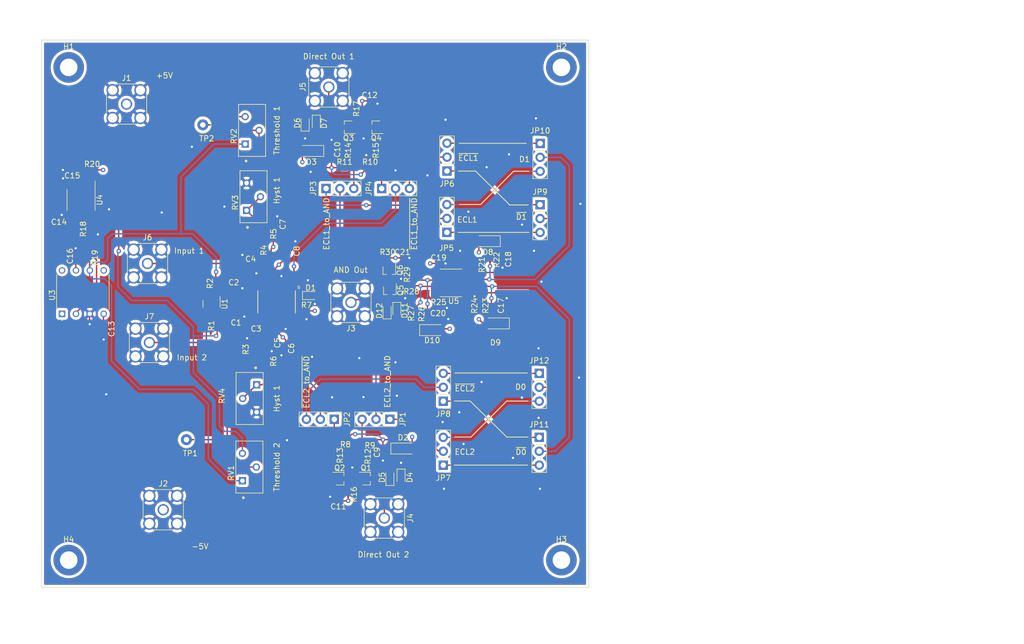
<source format=kicad_pcb>
(kicad_pcb (version 20211014) (generator pcbnew)
  (layers (0 "F.Cu" signal) (1 "In1.Cu" signal) (2 "In2.Cu" signal) (31 "B.Cu" signal) (34 "B.Paste" user) (35 "F.Paste" user) (36 "B.SilkS" user "B.Silkscreen") (37 "F.SilkS" user "F.Silkscreen") (38 "B.Mask" user) (39 "F.Mask" user) (44 "Edge.Cuts" user))
  (net 0 "")
  (net 1 "Earth")
  (net 2 "Net-(C1-Pad2)")
  (net 3 "Net-(C2-Pad1)")
  (net 4 "Net-(C3-Pad2)")
  (net 5 "Net-(C4-Pad2)")
  (net 6 "+5V")
  (net 7 "-5V")
  (net 8 "Net-(C9-Pad2)")
  (net 9 "Net-(C10-Pad2)")
  (net 10 "+2V5")
  (net 11 "Net-(C15-Pad1)")
  (net 12 "Net-(C17-Pad1)")
  (net 13 "Net-(C18-Pad1)")
  (net 14 "Net-(C20-Pad1)")
  (net 15 "Net-(D1-Pad1)")
  (net 16 "Net-(D4-Pad2)")
  (net 17 "Net-(D5-Pad2)")
  (net 18 "Net-(D6-Pad2)")
  (net 19 "Net-(D7-Pad2)")
  (net 20 "Net-(D11-Pad2)")
  (net 21 "Net-(D12-Pad2)")
  (net 22 "ECL2_to_AND")
  (net 23 "ECL_2")
  (net 24 "Net-(JP1-Pad3)")
  (net 25 "Net-(JP2-Pad1)")
  (net 26 "~{ECL_2}")
  (net 27 "~{ECL2_to_AND}")
  (net 28 "ECL1_to_AND")
  (net 29 "ECL_1")
  (net 30 "Net-(JP3-Pad3)")
  (net 31 "Net-(JP4-Pad1)")
  (net 32 "~{ECL_1}")
  (net 33 "~{ECL1_to_AND}")
  (net 34 "Net-(JP5-Pad1)")
  (net 35 "Net-(JP10-Pad3)")
  (net 36 "Net-(JP6-Pad1)")
  (net 37 "Net-(JP10-Pad1)")
  (net 38 "Net-(JP11-Pad3)")
  (net 39 "Net-(JP12-Pad3)")
  (net 40 "Net-(JP11-Pad1)")
  (net 41 "Net-(JP12-Pad1)")
  (net 42 "ECL1_to_AND_Gate")
  (net 43 "~{ECL1_to_AND_Gate}")
  (net 44 "ECL2_to_AND_Gate")
  (net 45 "~{ECL2_to_AND_Gate}")
  (net 46 "Net-(Q1-Pad1)")
  (net 47 "Net-(Q1-Pad2)")
  (net 48 "Net-(Q2-Pad1)")
  (net 49 "Net-(Q3-Pad1)")
  (net 50 "Net-(Q3-Pad2)")
  (net 51 "Net-(Q4-Pad1)")
  (net 52 "Net-(Q5-Pad1)")
  (net 53 "Net-(Q5-Pad2)")
  (net 54 "Net-(Q6-Pad1)")
  (net 55 "-2V5")
  (net 56 "Net-(R3-Pad1)")
  (net 57 "Net-(R4-Pad1)")
  (net 58 "Net-(R5-Pad1)")
  (net 59 "Net-(R5-Pad2)")
  (net 60 "Net-(R6-Pad1)")
  (net 61 "Net-(R6-Pad2)")
  (net 62 "Net-(R18-Pad2)")
  (net 63 "Net-(R25-Pad1)")
  (net 64 "Net-(R26-Pad2)")
  (net 65 "Net-(R27-Pad2)")
  (net 74 "Net-(J6-Pad1)")
  (net 75 "Net-(J7-Pad1)")
  (footprint "Resistor_SMD:R_0201_0603Metric" (layer "F.Cu") (at 98.736 99.768 -90)
    (fp_text reference "R19")
    (fp_text value "10k")
  )
  (footprint "Diode_SMD:D_SOD-123" (layer "F.Cu") (at 171.578 96.7485 180)
    (fp_text reference "D8")
    (fp_text value "Z03V")
  )
  (footprint "Connector_PinHeader_2.54mm:PinHeader_1x03_P2.54mm_Vertical" (layer "F.Cu") (at 163.423 137.654 180)
    (fp_text reference "JP7")
    (fp_text value "SolderJumper_3_Open")
  )
  (footprint "Capacitor_SMD:C_0201_0603Metric" (layer "F.Cu") (at 129.231 113.7965)
    (fp_text reference "C3")
    (fp_text value "100n")
  )
  (footprint "Resistor_SMD:R_0201_0603Metric" (layer "F.Cu") (at 99.278 83.7195)
    (fp_text reference "R20")
    (fp_text value "100")
  )
  (footprint "MountingHole:MountingHole_3.2mm_M3_DIN965_Pad" (layer "F.Cu") (at 185 65)
    (fp_text reference "H2")
    (fp_text value "MountingHole")
  )
  (footprint "Resistor_SMD:R_0201_0603Metric" (layer "F.Cu") (at 153.253 99.7965)
    (fp_text reference "R30")
    (fp_text value "160")
  )
  (footprint "Resistor_SMD:R_0201_0603Metric" (layer "F.Cu") (at 131.368 95.4095 -90)
    (fp_text reference "R5")
    (fp_text value "10k")
  )
  (footprint "Resistor_SMD:R_0201_0603Metric" (layer "F.Cu") (at 146.05 143.002 -90)
    (fp_text reference "R16")
    (fp_text value "160")
  )
  (footprint "Resistor_SMD:R_0201_0603Metric" (layer "F.Cu") (at 169.418 101.0665 -90)
    (fp_text reference "R21")
    (fp_text value "50")
  )
  (footprint "Resistor_SMD:R_0201_0603Metric" (layer "F.Cu") (at 172.212 108.5235 90)
    (fp_text reference "R23")
    (fp_text value "50")
  )
  (footprint "Connector_PinHeader_2.54mm:PinHeader_1x03_P2.54mm_Vertical" (layer "F.Cu") (at 180.949 120.89)
    (fp_text reference "JP12")
    (fp_text value "SolderJumper_3_Open")
  )
  (footprint "Diode_SMD:D_0603_1608Metric" (layer "F.Cu") (at 153.162 109.4485 90)
    (fp_text reference "D12")
    (fp_text value "1N4148")
  )
  (footprint "Resistor_SMD:R_0201_0603Metric" (layer "F.Cu") (at 143.51 135.89 -90)
    (fp_text reference "R13")
    (fp_text value "27")
  )
  (footprint "Resistor_SMD:R_0201_0603Metric" (layer "F.Cu") (at 122.108 112.202 90)
    (fp_text reference "R1")
    (fp_text value "100")
  )
  (footprint "Capacitor_SMD:C_0201_0603Metric" (layer "F.Cu") (at 149.966 71.12)
    (fp_text reference "C12")
    (fp_text value "100n")
  )
  (footprint "Connector_PinHeader_2.54mm:PinHeader_1x03_P2.54mm_Vertical" (layer "F.Cu") (at 164.084 95.135 180)
    (fp_text reference "JP5")
    (fp_text value "SolderJumper_3_Open")
  )
  (footprint "Capacitor_SMD:C_0201_0603Metric" (layer "F.Cu") (at 144.272 144.181 180)
    (fp_text reference "C11")
    (fp_text value "100n")
  )
  (footprint "MountingHole:MountingHole_3.2mm_M3_DIN965_Pad" (layer "F.Cu") (at 185 155)
    (fp_text reference "H3")
    (fp_text value "MountingHole")
  )
  (footprint "Resistor_SMD:R_0201_0603Metric" (layer "F.Cu") (at 148.59 136.053 -90)
    (fp_text reference "R12")
    (fp_text value "27")
  )
  (footprint "Diode_SMD:D_0603_1608Metric" (layer "F.Cu") (at 140.223 75.2095 -90)
    (fp_text reference "D7")
    (fp_text value "1N4148")
  )
  (footprint "Capacitor_SMD:C_0201_0603Metric" (layer "F.Cu") (at 162.56 100.8125)
    (fp_text reference "C19")
    (fp_text value "100n")
  )
  (footprint "Diode_SMD:D_SOD-123" (layer "F.Cu") (at 173.228 111.76 180)
    (fp_text reference "D9")
    (fp_text value "Z03V")
  )
  (footprint "Resistor_SMD:R_0201_0603Metric" (layer "F.Cu") (at 96.598 94.5295 -90)
    (fp_text reference "R18")
    (fp_text value "10k")
  )
  (footprint "Resistor_SMD:R_0201_0603Metric" (layer "F.Cu") (at 150.023 133.005 180)
    (fp_text reference "R9")
    (fp_text value "50")
  )
  (footprint "Package_TO_SOT_SMD:SOT-323_SC-70" (layer "F.Cu") (at 146.065 75.946 180)
    (fp_text reference "Q3")
    (fp_text value "BFR92")
  )
  (footprint "Capacitor_SMD:C_0201_0603Metric" (layer "F.Cu") (at 162.469 110.9725)
    (fp_text reference "C20")
    (fp_text value "100n")
  )
  (footprint "timing_logicboard_footprints:MC100EP05DG" (layer "F.Cu") (at 164.846 104.3685 180)
    (fp_text reference "U5")
    (fp_text value "MC100EP05DG")
  )
  (footprint "timing_logicboard_footprints:TRIM_67YR100KLF" (layer "F.Cu") (at 128.052 125.4805 -90)
    (fp_text reference "RV4")
    (fp_text value "20k")
  )
  (footprint "Package_TO_SOT_SMD:SOT-143" (layer "F.Cu") (at 121.098 108.192 -90)
    (fp_text reference "U1")
    (fp_text value "8240026")
  )
  (footprint "Diode_SMD:D_0603_1608Metric" (layer "F.Cu") (at 139.192 106.68)
    (fp_text reference "D1")
    (fp_text value "1.8v 20 mA (use 5mA)")
  )
  (footprint "Resistor_SMD:R_0201_0603Metric" (layer "F.Cu") (at 121.868 104.477 90)
    (fp_text reference "R2")
    (fp_text value "100")
  )
  (footprint "Resistor_SMD:R_0201_0603Metric" (layer "F.Cu") (at 162.56 108.9405)
    (fp_text reference "R25")
    (fp_text value "0")
  )
  (footprint "Diode_SMD:D_0603_1608Metric" (layer "F.Cu") (at 154.94 109.3975 -90)
    (fp_text reference "D11")
    (fp_text value "1N4148")
  )
  (footprint "Connector_Coaxial:SMA_Wurth_60312002114503_Vertical" (layer "F.Cu") (at 146.558 107.9245 180)
    (fp_text reference "J3")
    (fp_text value "NIM_COINC")
  )
  (footprint "Package_TO_SOT_SMD:SOT-323_SC-70" (layer "F.Cu") (at 144.542 140.117)
    (fp_text reference "Q2")
    (fp_text value "BFR92")
  )
  (footprint "Resistor_SMD:R_0201_0603Metric" (layer "F.Cu") (at 152.161 80.173 90)
    (fp_text reference "R15")
    (fp_text value "27")
  )
  (footprint "Resistor_SMD:R_0201_0603Metric" (layer "F.Cu") (at 160.528 110.0225 90)
    (fp_text reference "R26")
    (fp_text value "50")
  )
  (footprint "Connector_Coaxial:SMA_Wurth_60312002114503_Vertical" (layer "F.Cu") (at 109.393 100.817)
    (fp_text reference "J6")
    (fp_text value "Input1")
  )
  (footprint "Capacitor_SMD:C_0201_0603Metric" (layer "F.Cu") (at 175.006 108.5235 90)
    (fp_text reference "C17")
    (fp_text value "100n")
  )
  (footprint "Diode_SMD:D_SOD-123" (layer "F.Cu") (at 161.35 113)
    (fp_text reference "D10")
    (fp_text value "Z03V")
  )
  (footprint "Capacitor_SMD:C_0201_0603Metric" (layer "F.Cu") (at 128.163 101.192)
    (fp_text reference "C4")
    (fp_text value "100n")
  )
  (footprint "Connector_PinHeader_2.54mm:PinHeader_1x03_P2.54mm_Vertical" (layer "F.Cu") (at 152.161 87.122 90)
    (fp_text reference "JP4")
    (fp_text value "SolderJumper_3_Open")
  )
  (footprint "Diode_SMD:D_0603_1608Metric" (layer "F.Cu") (at 138.191 75.1585 90)
    (fp_text reference "D6")
    (fp_text value "1N4148")
  )
  (footprint "Connector_Coaxial:SMA_Wurth_60312002114503_Vertical" (layer "F.Cu") (at 105.564 71.702)
    (fp_text reference "J1")
    (fp_text value "VCC")
  )
  (footprint "Package_TO_SOT_SMD:SOT-323_SC-70" (layer "F.Cu") (at 149.368 140.117)
    (fp_text reference "Q1")
    (fp_text value "BFR92")
  )
  (footprint "Capacitor_SMD:C_0201_0603Metric" (layer "F.Cu") (at 101.372 112.9335 -90)
    (fp_text reference "C13")
    (fp_text value "100n")
  )
  (footprint "Package_TO_SOT_SMD:SOT-323_SC-70" (layer "F.Cu") (at 153.67 105.7645 -90)
    (fp_text reference "Q5")
    (fp_text value "BFR92")
  )
  (footprint "Capacitor_SMD:C_0201_0603Metric" (layer "F.Cu") (at 143.017 80.01 -90)
    (fp_text reference "C10")
    (fp_text value "100n")
  )
  (footprint "Diode_SMD:D_0603_1608Metric" (layer "F.Cu") (at 153.67 139.8885 90)
    (fp_text reference "D5")
    (fp_text value "1N4148")
  )
  (footprint "timing_logicboard_footprints:TRIM_67YR100KLF" (layer "F.Cu") (at 128.758 88.6245 90)
    (fp_text reference "RV3")
    (fp_text value "20k")
  )
  (footprint "TestPoint:TestPoint_Loop_D2.50mm_Drill1.0mm" (layer "F.Cu") (at 119.5 75.5)
    (fp_text reference "TP2")
    (fp_text value "TestPoint")
  )
  (footprint "Connector_PinHeader_2.54mm:PinHeader_1x03_P2.54mm_Vertical" (layer "F.Cu") (at 164.099 83.929 180)
    (fp_text reference "JP6")
    (fp_text value "SolderJumper_3_Open")
  )
  (footprint "Resistor_SMD:R_0201_0603Metric" (layer "F.Cu") (at 147.081 80.173 90)
    (fp_text reference "R14")
    (fp_text value "27")
  )
  (footprint "Diode_SMD:D_SOD-123" (layer "F.Cu") (at 139.335 80.264 180)
    (fp_text reference "D3")
    (fp_text value "Z03V")
  )
  (footprint "Resistor_SMD:R_0201_0603Metric" (layer "F.Cu") (at 158.496 109.9565 90)
    (fp_text reference "R27")
    (fp_text value "50")
  )
  (footprint "Capacitor_SMD:C_0201_0603Metric" (layer "F.Cu") (at 174.244 100.0505 -90)
    (fp_text reference "C18")
    (fp_text value "100n")
  )
  (footprint "timing_logicboard_footprints:MAX9600EUP+" (layer "F.Cu") (at 132.969 107.823 -90)
    (fp_text reference "U2")
    (fp_text value "MAX9600EUP")
  )
  (footprint "Resistor_SMD:R_0201_0603Metric" (layer "F.Cu") (at 138.43 109.474)
    (fp_text reference "R7")
    (fp_text value "1k")
  )
  (footprint "Connector_Coaxial:SMA_Wurth_60312002114503_Vertical" (layer "F.Cu") (at 109.743 115.257)
    (fp_text reference "J7")
    (fp_text value "Input2")
  )
  (footprint "Diode_SMD:D_0603_1608Metric" (layer "F.Cu") (at 155.702 139.863 -90)
    (fp_text reference "D4")
    (fp_text value "1N4148")
  )
  (footprint "Resistor_SMD:R_0201_0603Metric" (layer "F.Cu") (at 129.568 98.387 -90)
    (fp_text reference "R4")
    (fp_text value "1k")
  )
  (footprint "Capacitor_SMD:C_0201_0603Metric" (layer "F.Cu") (at 132.08 115.316 -90)
    (fp_text reference "C5")
    (fp_text value "100n")
  )
  (footprint "Connector_PinHeader_2.54mm:PinHeader_1x03_P2.54mm_Vertical" (layer "F.Cu") (at 153.67 129.286 -90)
    (fp_text reference "JP1")
    (fp_text value "SolderJumper_3_Open")
  )
  (footprint "Connector_PinHeader_2.54mm:PinHeader_1x03_P2.54mm_Vertical" (layer "F.Cu") (at 181.117 78.894)
    (fp_text reference "JP10")
    (fp_text value "SolderJumper_3_Open")
  )
  (footprint "Capacitor_SMD:C_0201_0603Metric" (layer "F.Cu") (at 125.563 110.582 180)
    (fp_text reference "C1")
    (fp_text value "100n")
  )
  (footprint "Package_TO_SOT_SMD:SOT-323_SC-70" (layer "F.Cu") (at 151.129 75.946 180)
    (fp_text reference "Q4")
    (fp_text value "BFR92")
  )
  (footprint "Resistor_SMD:R_0201_0603Metric" (layer "F.Cu") (at 157.622 104.8765 180)
    (fp_text reference "R28")
    (fp_text value "27")
  )
  (footprint "Resistor_SMD:R_0201_0603Metric" (layer "F.Cu") (at 145.394 83.312)
    (fp_text reference "R11")
    (fp_text value "50")
  )
  (footprint "Capacitor_SMD:C_0201_0603Metric" (layer "F.Cu") (at 135.382 98.552 90)
    (fp_text reference "C8")
    (fp_text value "100n")
  )
  (footprint "Resistor_SMD:R_0201_0603Metric" (layer "F.Cu") (at 148.605 72.553 90)
    (fp_text reference "R17")
    (fp_text value "160")
  )
  (footprint "MountingHole:MountingHole_3.2mm_M3_DIN965_Pad" (layer "F.Cu") (at 95 65)
    (fp_text reference "H1")
    (fp_text value "MountingHole")
  )
  (footprint "Capacitor_SMD:C_0201_0603Metric" (layer "F.Cu") (at 93.218 94.2945)
    (fp_text reference "C14")
    (fp_text value "100n")
  )
  (footprint "Package_SO:SOIC-8_3.9x4.9mm_P1.27mm" (layer "F.Cu") (at 97.253 89.2145 -90)
    (fp_text reference "U4")
    (fp_text value "REF03GS")
  )
  (footprint "timing_logicboard_footprints_2:OPA177GP_large_pads" (layer "F.Cu") (at 97.59 106.05 90)
    (fp_text reference "U3")
    (fp_text value "OPA177GP")
  )
  (footprint "Resistor_SMD:R_0201_0603Metric" (layer "F.Cu") (at 145.542 132.842 180)
    (fp_text reference "R8")
    (fp_text value "50")
  )
  (footprint "timing_logicboard_footprints:TRIM_67YR100KLF" (layer "F.Cu") (at 128.5 76.5 90)
    (fp_text reference "RV2")
    (fp_text value "10k")
  )
  (footprint "Connector_PinHeader_2.54mm:PinHeader_1x03_P2.54mm_Vertical" (layer "F.Cu") (at 180.949 132.574)
    (fp_text reference "JP11")
    (fp_text value "SolderJumper_3_Open")
  )
  (footprint "timing_logicboard_footprints:TRIM_67YR100KLF" (layer "F.Cu") (at 128 138 90)
    (fp_text reference "RV1")
    (fp_text value "10k")
  )
  (footprint "Capacitor_SMD:C_0201_0603Metric" (layer "F.Cu") (at 96.292 99.4715 90)
    (fp_text reference "C16")
    (fp_text value "100n")
  )
  (footprint "Capacitor_SMD:C_0201_0603Metric" (layer "F.Cu") (at 155.956 99.7965)
    (fp_text reference "C21")
    (fp_text value "100n")
  )
  (footprint "Connector_PinHeader_2.54mm:PinHeader_1x03_P2.54mm_Vertical" (layer "F.Cu") (at 143.51 129.286 -90)
    (fp_text reference "JP2")
    (fp_text value "SolderJumper_3_Open")
  )
  (footprint "Resistor_SMD:R_0201_0603Metric" (layer "F.Cu") (at 170.18 108.5235 90)
    (fp_text reference "R24")
    (fp_text value "50")
  )
  (footprint "Connector_PinHeader_2.54mm:PinHeader_1x03_P2.54mm_Vertical" (layer "F.Cu") (at 181.102 90.07)
    (fp_text reference "JP9")
    (fp_text value "SolderJumper_3_Open")
  )
  (footprint "Resistor_SMD:R_0201_0603Metric" (layer "F.Cu") (at 131.354 118.6745 -90)
    (fp_text reference "R6")
    (fp_text value "10k")
  )
  (footprint "MountingHole:MountingHole_3.2mm_M3_DIN965_Pad" (layer "F.Cu") (at 95 155)
    (fp_text reference "H4")
    (fp_text value "MountingHole")
  )
  (footprint "Diode_SMD:D_SOD-123" (layer "F.Cu") (at 156.084 134.62)
    (fp_text reference "D2")
    (fp_text value "Z03V")
  )
  (footprint "Capacitor_SMD:C_0201_0603Metric" (layer "F.Cu") (at 152.4 134.965 90)
    (fp_text reference "C9")
    (fp_text value "100n")
  )
  (footprint "Connector_Coaxial:SMA_Wurth_60312002114503_Vertical" (layer "F.Cu") (at 142.509 68.58 90)
    (fp_text reference "J5")
    (fp_text value "NIM1")
  )
  (footprint "TestPoint:TestPoint_Loop_D2.50mm_Drill1.0mm" (layer "F.Cu") (at 116.5 133)
    (fp_text reference "TP1")
    (fp_text value "TestPoint")
  )
  (footprint "Resistor_SMD:R_0201_0603Metric" (layer "F.Cu") (at 157.876 102.8445 90)
    (fp_text reference "R29")
    (fp_text value "27")
  )
  (footprint "Connector_PinHeader_2.54mm:PinHeader_1x03_P2.54mm_Vertical" (layer "F.Cu") (at 163.423 125.97 180)
    (fp_text reference "JP8")
    (fp_text value "SolderJumper_3_Open")
  )
  (footprint "Connector_Coaxial:SMA_Wurth_60312002114503_Vertical" (layer "F.Cu") (at 152.654 147.32 -90)
    (fp_text reference "J4")
    (fp_text value "NIM2")
  )
  (footprint "Connector_Coaxial:SMA_Wurth_60312002114503_Vertical" (layer "F.Cu") (at 112.268 145.796)
    (fp_text reference "J2")
    (fp_text value "VEE")
  )
  (footprint "Capacitor_SMD:C_0201_0603Metric" (layer "F.Cu") (at 132.588 93.726 90)
    (fp_text reference "C7")
    (fp_text value "100n")
  )
  (footprint "Resistor_SMD:R_0201_0603Metric" (layer "F.Cu") (at 171.958 100.1165 -90)
    (fp_text reference "R22")
    (fp_text value "50")
  )
  (footprint "Package_TO_SOT_SMD:SOT-323_SC-70" (layer "F.Cu") (at 153.558 102.0825 -90)
    (fp_text reference "Q6")
    (fp_text value "BFR92")
  )
  (footprint "Resistor_SMD:R_0201_0603Metric" (layer "F.Cu") (at 128.408 116.5195 90)
    (fp_text reference "R3")
    (fp_text value "1k")
  )
  (footprint "Resistor_SMD:R_0201_0603Metric" (layer "F.Cu") (at 150.063 83.312)
    (fp_text reference "R10")
    (fp_text value "50")
  )
  (footprint "Capacitor_SMD:C_0201_0603Metric" (layer "F.Cu") (at 95.648 83.7195 180)
    (fp_text reference "C15")
    (fp_text value "100n")
  )
  (footprint "Capacitor_SMD:C_0201_0603Metric" (layer "F.Cu") (at 134.62 116.332 -90)
    (fp_text reference "C6")
    (fp_text value "100n")
  )
  (footprint "Connector_PinHeader_2.54mm:PinHeader_1x03_P2.54mm_Vertical" (layer "F.Cu") (at 142.001 87.122 90)
    (fp_text reference "JP3")
    (fp_text value "SolderJumper_3_Open")
  )
  (footprint "Capacitor_SMD:C_0201_0603Metric" (layer "F.Cu") (at 125.148 105.342)
    (fp_text reference "C2")
    (fp_text value "100n")
  )
  (gr_line (start 170.27 90.035) (end 166.4 90.035) (layer "F.SilkS") (width 0.15))
  (gr_line (start 166.11 95.135) (end 179.06 95.135) (layer "F.SilkS") (width 0.15))
  (gr_line (start 166.32 78.865) (end 178.58 78.865) (layer "F.SilkS") (width 0.15))
  (gr_line (start 178.82 137.65) (end 165.42 137.65) (layer "F.SilkS") (width 0.15))
  (gr_line (start 176.26 83.965) (end 170.27 90.035) (layer "F.SilkS") (width 0.15))
  (gr_line (start 175.56 90.125) (end 178.96 90.125) (layer "F.SilkS") (width 0.15))
  (gr_line (start 168.5 132.5) (end 165.53 132.5) (layer "F.SilkS") (width 0.15))
  (gr_line (start 166.17 83.945) (end 169.32 83.945) (layer "F.SilkS") (width 0.15))
  (gr_line (start 175.02 132.53) (end 178.92 132.53) (layer "F.SilkS") (width 0.15))
  (gr_line (start 169.32 83.945) (end 175.56 90.125) (layer "F.SilkS") (width 0.15))
  (gr_line (start 165.46 125.94) (end 168.32 125.94) (layer "F.SilkS") (width 0.15))
  (gr_line (start 175.02 125.94) (end 168.5 132.5) (layer "F.SilkS") (width 0.15))
  (gr_line (start 179.02 83.965) (end 176.26 83.965) (layer "F.SilkS") (width 0.15))
  (gr_line (start 168.32 125.94) (end 175.02 132.53) (layer "F.SilkS") (width 0.15))
  (gr_line (start 165.56 120.82) (end 178.78 120.82) (layer "F.SilkS") (width 0.15))
  (gr_line (start 178.89 125.94) (end 175.02 125.94) (layer "F.SilkS") (width 0.15))
  (gr_rect (start 90 60) (end 190 160) (layer "Edge.Cuts") (width 0.1) (fill none))
  (gr_text "~{ECL1}" (at 168 81.565) (layer "F.SilkS") (effects (font (size 1 1))))
  (gr_text "~{D0}" (at 177.62 135.26) (layer "F.SilkS") (effects (font (size 1 1))))
  (gr_text "Threshold 1" (at 133 76.5 90) (layer "F.SilkS") (effects (font (size 1 1))))
  (gr_text "ECL2" (at 167.36 135.23) (layer "F.SilkS") (effects (font (size 1 1))))
  (gr_text "Direct Out 2" (at 152.5 154) (layer "F.SilkS") (effects (font (size 1 1))))
  (gr_text "D1" (at 178.26 81.775) (layer "F.SilkS") (effects (font (size 1 1))))
  (gr_text "~{D1}" (at 177.69 92.315) (layer "F.SilkS") (effects (font (size 1 1))))
  (gr_text "Hyst 1" (at 133 125.5 90) (layer "F.SilkS") (effects (font (size 1 1))))
  (gr_text "Input 1" (at 117 98.5) (layer "F.SilkS") (effects (font (size 1 1))))
  (gr_text "Input 2" (at 117.5 118) (layer "F.SilkS") (effects (font (size 1 1))))
  (gr_text "~{ECL2_to_AND}" (at 138.44 122.49 90) (layer "F.SilkS") (effects (font (size 1 1))))
  (gr_text "Hyst 1" (at 133 87.5 90) (layer "F.SilkS") (effects (font (size 1 1))))
  (gr_text "ECL2_to_AND" (at 153.22 122.39 90) (layer "F.SilkS") (effects (font (size 1 1))))
  (gr_text "-5V" (at 119 152.5) (layer "F.SilkS") (effects (font (size 1 1))))
  (gr_text "AND Out" (at 146.5 102) (layer "F.SilkS") (effects (font (size 1 1))))
  (gr_text "ECL1" (at 167.81 92.835) (layer "F.SilkS") (effects (font (size 1 1))))
  (gr_text "Direct Out 1" (at 142.5 63) (layer "F.SilkS") (effects (font (size 1 1))))
  (gr_text "~{ECL2}" (at 167.37 123.66) (layer "F.SilkS") (effects (font (size 1 1))))
  (gr_text "ECL1_to_AND" (at 142.09 93.57 90) (layer "F.SilkS") (effects (font (size 1 1))))
  (gr_text "D0" (at 177.56 123.38) (layer "F.SilkS") (effects (font (size 1 1))))
  (gr_text "+5V" (at 112.5 66.5) (layer "F.SilkS") (effects (font (size 1 1))))
  (gr_text "~{ECL1_to_AND}" (at 158.11 93.58 90) (layer "F.SilkS") (effects (font (size 1 1))))
  (gr_text "Threshold 2" (at 133 138 90) (layer "F.SilkS") (effects (font (size 1 1))))
  (segment (start 128.266 113.7965) (end 127.588 114.4745) (width 0.25) (layer "F.Cu") (net 1))
  (segment (start 138.191 75.946) (end 138.191 77.978) (width 0.25) (layer "F.Cu") (net 1))
  (segment (start 133.858 117.602) (end 134.62 116.84) (width 0.25) (layer "F.Cu") (net 1))
  (segment (start 125.883 110.582) (end 127.008 110.582) (width 0.25) (layer "F.Cu") (net 1))
  (segment (start 98.806 109.888) (end 98.806 111.8915) (width 0.25) (layer "F.Cu") (net 1))
  (segment (start 128.911 113.7965) (end 128.266 113.7965) (width 0.25) (layer "F.Cu") (net 1))
  (segment (start 133.2992 103.6828) (end 133.2992 104.902) (width 0.25) (layer "F.Cu") (net 1))
  (segment (start 125.468 105.342) (end 126.728 105.342) (width 0.25) (layer "F.Cu") (net 1))
  (segment (start 135.382 97.79) (end 136.398 96.774) (width 0.25) (layer "F.Cu") (net 1))
  (segment (start 98.806 111.8915) (end 98.832 111.9175) (width 0.25) (layer "F.Cu") (net 1))
  (segment (start 127.008 110.582) (end 127.078 110.512) (width 0.25) (layer "F.Cu") (net 1))
  (segment (start 134.62 116.84) (end 134.62 116.652) (width 0.25) (layer "F.Cu") (net 1))
  (segment (start 133.2992 110.744) (end 133.2992 112.4712) (width 0.25) (layer "F.Cu") (net 1))
  (segment (start 95.348 86.6495) (end 95.348 86.7395) (width 0.25) (layer "F.Cu") (net 1))
  (segment (start 127.843 101.192) (end 127.843 100.377) (width 0.25) (layer "F.Cu") (net 1))
  (segment (start 175.006 108.2035) (end 175.006 107.1625) (width 0.25) (layer "F.Cu") (net 1))
  (segment (start 93.968 85.2695) (end 95.348 86.6495) (width 0.25) (layer "F.Cu") (net 1))
  (segment (start 95.328 86.7195) (end 95.348 86.7395) (width 0.25) (layer "F.Cu") (net 1))
  (segment (start 139.9795 108.1785) (end 139.954 108.204) (width 0.25) (layer "F.Cu") (net 1))
  (segment (start 134.62 110.744) (end 134.62 112.776) (width 0.25) (layer "F.Cu") (net 1))
  (segment (start 149.113 75.946) (end 148.859 76.2) (width 0.25) (layer "F.Cu") (net 1))
  (segment (start 145.542 140.117) (end 146.05 140.117) (width 0.25) (layer "F.Cu") (net 1))
  (segment (start 92.898 92.776) (end 92.898 94.2945) (width 0.25) (layer "F.Cu") (net 1))
  (segment (start 150.286 71.12) (end 150.891 71.12) (width 0.25) (layer "F.Cu") (net 1))
  (segment (start 174.244 100.3705) (end 174.244 101.5745) (width 0.25) (layer "F.Cu") (net 1))
  (segment (start 154.94 108.61) (end 155.0165 108.61) (width 0.25) (layer "F.Cu") (net 1))
  (segment (start 156.276 99.7965) (end 157.226 99.7965) (width 0.25) (layer "F.Cu") (net 1))
  (segment (start 133.2992 112.4712) (end 133.604 112.776) (width 0.25) (layer "F.Cu") (net 1))
  (segment (start 143.952 144.181) (end 143.51 144.181) (width 0.25) (layer "F.Cu") (net 1))
  (segment (start 132.588 93.406) (end 132.588 92.71) (width 0.25) (layer "F.Cu") (net 1))
  (segment (start 132.08 115.636) (end 132.08 116.84) (width 0.25) (layer "F.Cu") (net 1))
  (segment (start 162.88 108.9405) (end 164.084 108.9405) (width 0.25) (layer "F.Cu") (net 1))
  (segment (start 133.858 103.124) (end 134.62 103.886) (width 0.25) (layer "F.Cu") (net 1))
  (segment (start 146.558 139.609) (end 146.812 139.355) (width 0.25) (layer "F.Cu") (net 1))
  (segment (start 143.51 144.181) (end 142.748 143.419) (width 0.25) (layer "F.Cu") (net 1))
  (segment (start 133.604 112.776) (end 134.62 112.776) (width 0.25) (layer "F.Cu") (net 1))
  (segment (start 150.129 75.946) (end 149.113 75.946) (width 0.25) (layer "F.Cu") (net 1))
  (segment (start 135.382 98.232) (end 135.382 97.79) (width 0.25) (layer "F.Cu") (net 1))
  (segment (start 162.789 110.9725) (end 164.338 110.9725) (width 0.25) (layer "F.Cu") (net 1))
  (segment (start 155.178 103.0825) (end 155.702 103.6065) (width 0.25) (layer "F.Cu") (net 1))
  (segment (start 139.9795 106.68) (end 139.9795 108.1785) (width 0.25) (layer "F.Cu") (net 1))
  (segment (start 95.318 83.7295) (end 95.328 83.7195) (width 0.25) (layer "F.Cu") (net 1))
  (segment (start 132.588 92.71) (end 133.096 92.202) (width 0.25) (layer "F.Cu") (net 1))
  (segment (start 96.292 99.1515) (end 96.292 98.07) (width 0.25) (layer "F.Cu") (net 1))
  (segment (start 162.88 100.8125) (end 163.83 100.8125) (width 0.25) (layer "F.Cu") (net 1))
  (segment (start 101.372 113.2535) (end 101.372 114.7115) (width 0.25) (layer "F.Cu") (net 1))
  (segment (start 152.4 135.285) (end 152.4 136.815) (width 0.25) (layer "F.Cu") (net 1))
  (segment (start 148.859 76.2) (end 148.859 77.978) (width 0.25) (layer "F.Cu") (net 1))
  (segment (start 134.62 103.886) (end 134.62 104.902) (width 0.25) (layer "F.Cu") (net 1))
  (segment (start 127.843 100.377) (end 126.718 99.252) (width 0.25) (layer "F.Cu") (net 1))
  (segment (start 150.891 71.12) (end 151.399 71.628) (width 0.25) (layer "F.Cu") (net 1))
  (segment (start 146.812 139.355) (end 146.812 138.085) (width 0.25) (layer "F.Cu") (net 1))
  (segment (start 143.017 79.69) (end 143.017 78.232) (width 0.25) (layer "F.Cu") (net 1))
  (segment (start 93.726 91.948) (end 92.898 92.776) (width 0.25) (layer "F.Cu") (net 1))
  (segment (start 155.702 139.0755) (end 155.702 137.232) (width 0.25) (layer "F.Cu") (net 1))
  (segment (start 153.558 103.0825) (end 155.178 103.0825) (width 0.25) (layer "F.Cu") (net 1))
  (segment (start 155.0165 108.61) (end 156.464 107.1625) (width 0.25) (layer "F.Cu") (net 1))
  (segment (start 133.858 103.124) (end 133.2992 103.6828) (width 0.25) (layer "F.Cu") (net 1))
  (segment (start 96.292 98.07) (end 96.266 98.044) (width 0.25) (layer "F.Cu") (net 1))
  (segment (start 146.05 140.117) (end 146.558 139.609) (width 0.25) (layer "F.Cu") (net 1))
  (segment (start 93.938 83.7295) (end 95.318 83.7295) (width 0.25) (layer "F.Cu") (net 1))
  (via (at 164.338 110.9725) (size 0.8) (drill 0.4) (layers "F.Cu" "B.Cu") (net 1))
  (via (at 180.822 129.018) (size 0.8) (drill 0.4) (layers "F.Cu" "B.Cu") (net 1))
  (via (at 188.214 121.666) (size 0.8) (drill 0.4) (layers "F.Cu" "B.Cu") (net 1))
  (via (at 100.33 95.504) (size 0.8) (drill 0.4) (layers "F.Cu" "B.Cu") (net 1))
  (via (at 138.191 77.978) (size 0.8) (drill 0.4) (layers "F.Cu" "B.Cu") (net 1))
  (via (at 168 91.355) (size 0.8) (drill 0.4) (layers "F.Cu" "B.Cu") (net 1))
  (via (at 149.352 81.026) (size 0.8) (drill 0.4) (layers "F.Cu" "B.Cu") (net 1))
  (via (at 96.266 98.044) (size 0.8) (drill 0.4) (layers "F.Cu" "B.Cu") (net 1))
  (via (at 160.528 84.721) (size 0.8) (drill 0.4) (layers "F.Cu" "B.Cu") (net 1))
  (via (at 166.344 128.002) (size 0.8) (drill 0.4) (layers "F.Cu" "B.Cu") (net 1))
  (via (at 134.874 133.096) (size 0.8) (drill 0.4) (layers "F.Cu" "B.Cu") (net 1))
  (via (at 174.244 101.5745) (size 0.8) (drill 0.4) (layers "F.Cu" "B.Cu") (net 1))
  (via (at 139.446 117.856) (size 0.8) (drill 0.4) (layers "F.Cu" "B.Cu") (net 1))
  (via (at 126.728 105.342) (size 0.8) (drill 0.4) (layers "F.Cu" "B.Cu") (net 1))
  (via (at 175.006 107.1625) (size 0.8) (drill 0.4) (layers "F.Cu" "B.Cu") (net 1))
  (via (at 188.468 89.916) (size 0.8) (drill 0.4) (layers "F.Cu" "B.Cu") (net 1))
  (via (at 142.748 143.419) (size 0.8) (drill 0.4) (layers "F.Cu" "B.Cu") (net 1))
  (via (at 136.398 96.774) (size 0.8) (drill 0.4) (layers "F.Cu" "B.Cu") (net 1))
  (via (at 177.8 93.725) (size 0.8) (drill 0.4) (layers "F.Cu" "B.Cu") (net 1))
  (via (at 139.954 108.204) (size 0.8) (drill 0.4) (layers "F.Cu" "B.Cu") (net 1))
  (via (at 127.078 110.512) (size 0.8) (drill 0.4) (layers "F.Cu" "B.Cu") (net 1))
  (via (at 180.34 74.307) (size 0.8) (drill 0.4) (layers "F.Cu" "B.Cu") (net 1))
  (via (at 148.859 77.978) (size 0.8) (drill 0.4) (layers "F.Cu" "B.Cu") (net 1))
  (via (at 102.362 90.932) (size 0.8) (drill 0.4) (layers "F.Cu" "B.Cu") (net 1))
  (via (at 155.702 103.6065) (size 0.8) (drill 0.4) (layers "F.Cu" "B.Cu") (net 1))
  (via (at 148.082 118.11) (size 0.8) (drill 0.4) (layers "F.Cu" "B.Cu") (net 1))
  (via (at 93.968 85.2695) (size 0.8) (drill 0.4) (layers "F.Cu" "B.Cu") (net 1))
  (via (at 93.726 91.948) (size 0.8) (drill 0.4) (layers "F.Cu" "B.Cu") (net 1))
  (via (at 138.43 110.998) (size 0.8) (drill 0.4) (layers "F.Cu" "B.Cu") (net 1))
  (via (at 117.5 79.5) (size 0.8) (drill 0.4) (layers "F.Cu" "B.Cu") (net 1))
  (via (at 180 98.5) (size 0.8) (drill 0.4) (layers "F.Cu" "B.Cu") (net 1))
  (via (at 129.286 102.616) (size 0.8) (drill 0.4) (layers "F.Cu" "B.Cu") (net 1))
  (via (at 164.084 108.9405) (size 0.8) (drill 0.4) (layers "F.Cu" "B.Cu") (net 1))
  (via (at 133.096 92.202) (size 0.8) (drill 0.4) (layers "F.Cu" "B.Cu") (net 1))
  (via (at 155.702 137.232) (size 0.8) (drill 0.4) (layers "F.Cu" "B.Cu") (net 1))
  (via (at 138.684 103.886) (size 0.8) (drill 0.4) (layers "F.Cu" "B.Cu") (net 1))
  (via (at 146.812 138.085) (size 0.8) (drill 0.4) (layers "F.Cu" "B.Cu") (net 1))
  (via (at 98.832 111.9175) (size 0.8) (drill 0.4) (layers "F.Cu" "B.Cu") (net 1))
  (via (at 101.854 124.714) (size 0.8) (drill 0.4) (layers "F.Cu" "B.Cu") (net 1))
  (via (at 154.94 124.968) (size 0.8) (drill 0.4) (layers "F.Cu" "B.Cu") (net 1))
  (via (at 156.464 107.1625) (size 0.8) (drill 0.4) (layers "F.Cu" "B.Cu") (net 1))
  (via (at 133.858 117.602) (size 0.8) (drill 0.4) (layers "F.Cu" "B.Cu") (net 1))
  (via (at 148.844 125.222) (size 0.8) (drill 0.4) (layers "F.Cu" "B.Cu") (net 1))
  (via (at 177.77 125.2955) (size 0.8) (drill 0.4) (layers "F.Cu" "B.Cu") (net 1))
  (via (at 154.686 83.82) (size 0.8) (drill 0.4) (layers "F.Cu" "B.Cu") (net 1))
  (via (at 163.296 129.78) (size 0.8) (drill 0.4) (layers "F.Cu" "B.Cu") (net 1))
  (via (at 93.938 83.7295) (size 0.8) (drill 0.4) (layers "F.Cu" "B.Cu") (net 1))
  (via (at 143.017 78.232) (size 0.8) (drill 0.4) (layers "F.Cu" "B.Cu") (net 1))
  (via (at 123.444 90.424) (size 0.8) (drill 0.4) (layers "F.Cu" "B.Cu") (net 1))
  (via (at 139.192 84.074) (size 0.8) (drill 0.4) (layers "F.Cu" "B.Cu") (net 1))
  (via (at 112 91.5) (size 0.8) (drill 0.4) (layers "F.Cu" "B.Cu") (net 1))
  (via (at 134.62 112.776) (size 0.8) (drill 0.4) (layers "F.Cu" "B.Cu") (net 1))
  (via (at 176.14 136.33) (size 0.8) (drill 0.4) (layers "F.Cu" "B.Cu") (net 1))
  (via (at 132.08 116.84) (size 0.8) (drill 0.4) (layers "F.Cu" "B.Cu") (net 1))
  (via (at 181.076 141.972) (size 0.8) (drill 0.4) (layers "F.Cu" "B.Cu") (net 1))
  (via (at 151.399 71.628) (size 0.8) (drill 0.4) (layers "F.Cu" "B.Cu") (net 1))
  (via (at 181.356 104.14) (size 0.8) (drill 0.4) (layers "F.Cu" "B.Cu") (net 1))
  (via (at 163.83 100.8125) (size 0.8) (drill 0.4) (layers "F.Cu" "B.Cu") (net 1))
  (via (at 126.718 99.252) (size 0.8) (drill 0.4) (layers "F.Cu" "B.Cu") (net 1))
  (via (at 143.113449 125.265397) (size 0.8) (drill 0.4) (layers "F.Cu" "B.Cu") (net 1))
  (via (at 163.55 141.972) (size 0.8) (drill 0.4) (layers "F.Cu" "B.Cu") (net 1))
  (via (at 171.33 83.225) (size 0.8) (drill 0.4) (layers "F.Cu" "B.Cu") (net 1))
  (via (at 133.858 103.124) (size 0.8) (drill 0.4) (layers "F.Cu" "B.Cu") (net 1))
  (via (at 167.12 133.78) (size 0.8) (drill 0.4) (layers "F.Cu" "B.Cu") (net 1))
  (via (at 127.588 114.4745) (size 0.8) (drill 0.4) (layers "F.Cu" "B.Cu") (net 1))
  (via (at 152.4 136.815) (size 0.8) (drill 0.4) (layers "F.Cu" "B.Cu") (net 1))
  (via (at 101.372 114.7115) (size 0.8) (drill 0.4) (layers "F.Cu" "B.Cu") (net 1))
  (via (at 163.83 74.561) (size 0.8) (drill 0.4) (layers "F.Cu" "B.Cu") (net 1))
  (via (at 154.686 118.872) (size 0.8) (drill 0.4) (layers "F.Cu" "B.Cu") (net 1))
  (via (at 166.5 98.5) (size 0.8) (drill 0.4) (layers "F.Cu" "B.Cu") (net 1))
  (via (at 170.41 122.46) (size 0.8) (drill 0.4) (layers "F.Cu" "B.Cu") (net 1))
  (via (at 175.43 80.885) (size 0.8) (drill 0.4) (layers "F.Cu" "B.Cu") (net 1))
  (via (at 180.822 116.318) (size 0.8) (drill 0.4) (layers "F.Cu" "B.Cu") (net 1))
  (via (at 157.226 99.7965) (size 0.8) (drill 0.4) (layers "F.Cu" "B.Cu") (net 1))
  (segment (start 122.048 110.462) (end 122.048 111.822) (width 0.25) (layer "F.Cu") (net 2))
  (segment (start 125.243 110.582) (end 122.168 110.582) (width 0.25) (layer "F.Cu") (net 2))
  (segment (start 122.048 111.822) (end 122.108 111.882) (width 0.25) (layer "F.Cu") (net 2))
  (segment (start 122.168 110.582) (end 122.048 110.462) (width 0.25) (layer "F.Cu") (net 2))
  (segment (start 122.048 109.192) (end 122.048 110.462) (width 0.25) (layer "F.Cu") (net 2))
  (segment (start 121.848 104.817) (end 121.868 104.797) (width 0.25) (layer "F.Cu") (net 3))
  (segment (start 124.828 105.342) (end 121.868 105.342) (width 0.25) (layer "F.Cu") (net 3))
  (segment (start 121.848 107.192) (end 121.848 105.322) (width 0.25) (layer "F.Cu") (net 3))
  (segment (start 121.848 105.322) (end 121.848 104.817) (width 0.25) (layer "F.Cu") (net 3))
  (segment (start 121.868 105.342) (end 121.848 105.322) (width 0.25) (layer "F.Cu") (net 3))
  (segment (start 130.6576 115.7049) (end 130.6576 113.7149) (width 0.25) (layer "F.Cu") (net 4))
  (segment (start 130.6576 110.744) (end 130.6576 113.7149) (width 0.25) (layer "F.Cu") (net 4))
  (segment (start 130.6576 113.7149) (end 130.576 113.7965) (width 0.25) (layer "F.Cu") (net 4))
  (segment (start 128.408 116.1995) (end 130.163 116.1995) (width 0.25) (layer "F.Cu") (net 4))
  (segment (start 130.163 116.1995) (end 130.6576 115.7049) (width 0.25) (layer "F.Cu") (net 4))
  (segment (start 130.576 113.7965) (end 129.551 113.7965) (width 0.25) (layer "F.Cu") (net 4))
  (segment (start 130.6576 104.902) (end 130.6576 101.2524) (width 0.25) (layer "F.Cu") (net 5))
  (segment (start 128.483 101.192) (end 130.5972 101.192) (width 0.25) (layer "F.Cu") (net 5))
  (segment (start 130.6576 101.2524) (end 130.6576 99.7966) (width 0.25) (layer "F.Cu") (net 5))
  (segment (start 130.5972 101.192) (end 130.6576 101.2524) (width 0.25) (layer "F.Cu") (net 5))
  (segment (start 130.6576 99.7966) (end 129.568 98.707) (width 0.25) (layer "F.Cu") (net 5))
  (segment (start 132.37 97.7945) (end 131.9784 98.1861) (width 0.25) (layer "F.Cu") (net 6))
  (segment (start 132.37 97.7945) (end 132.37 94.264) (width 0.25) (layer "F.Cu") (net 6))
  (segment (start 96.292 101.922) (end 96.266 101.948) (width 0.25) (layer "F.Cu") (net 6))
  (segment (start 131.9784 113.6904) (end 132.08 113.792) (width 0.25) (layer "F.Cu") (net 6))
  (segment (start 132.08 114.996) (end 132.08 113.792) (width 0.25) (layer "F.Cu") (net 6))
  (segment (start 96.292 99.7915) (end 96.292 101.922) (width 0.25) (layer "F.Cu") (net 6))
  (segment (start 131.9784 110.744) (end 131.9784 104.902) (width 0.25) (layer "F.Cu") (net 6))
  (segment (start 99.598 83.7195) (end 101.263 83.7195) (width 0.25) (layer "F.Cu") (net 6))
  (segment (start 131.9784 98.1861) (end 131.9784 104.902) (width 0.25) (layer "F.Cu") (net 6))
  (segment (start 131.9784 110.744) (end 131.9784 113.6904) (width 0.25) (layer "F.Cu") (net 6))
  (segment (start 132.37 94.264) (end 132.588 94.046) (width 0.25) (layer "F.Cu") (net 6))
  (segment (start 101.263 83.7195) (end 101.278 83.7345) (width 0.25) (layer "F.Cu") (net 6))
  (via (at 132.37 97.7945) (size 0.8) (drill 0.4) (layers "F.Cu" "B.Cu") (net 6))
  (via (at 101.278 83.7345) (size 0.8) (drill 0.4) (layers "F.Cu" "B.Cu") (net 6))
  (segment (start 135.382 99.06) (end 133.386 101.056) (width 0.25) (layer "F.Cu") (net 7))
  (segment (start 169.928 96.7485) (end 169.928 98.7785) (width 0.25) (layer "F.Cu") (net 7))
  (segment (start 146.05 143.322) (end 146.05 144.181) (width 0.25) (layer "F.Cu") (net 7))
  (segment (start 134.62 114.7765) (end 134.148 114.3045) (width 0.25) (layer "F.Cu") (net 7))
  (segment (start 137.685 82.294) (end 137.683 82.296) (width 0.25) (layer "F.Cu") (net 7))
  (segment (start 157.734 134.62) (end 157.734 132.497) (width 0.25) (layer "F.Cu") (net 7))
  (segment (start 149.646 71.12) (end 148.605 71.12) (width 0.25) (layer "F.Cu") (net 7))
  (segment (start 162.24 100.8125) (end 162.24 102.4395) (width 0.25) (layer "F.Cu") (net 7))
  (segment (start 146.05 144.181) (end 144.592 144.181) (width 0.25) (layer "F.Cu") (net 7))
  (segment (start 101.346 112.5875) (end 101.346 109.888) (width 0.25) (layer "F.Cu") (net 7))
  (segment (start 170.688 111.76) (end 169.926 110.998) (width 0.25) (layer "F.Cu") (net 7))
  (segment (start 161.036 100.8125) (end 162.24 100.8125) (width 0.25) (layer "F.Cu") (net 7))
  (segment (start 132.6388 112.8268) (end 134.112 114.3) (width 0.25) (layer "F.Cu") (net 7))
  (segment (start 171.578 111.76) (end 170.688 111.76) (width 0.25) (layer "F.Cu") (net 7))
  (segment (start 132.6388 104.902) (end 132.6388 101.8032) (width 0.25) (layer "F.Cu") (net 7))
  (segment (start 162.94 112.7505) (end 164.592 112.7505) (width 0.25) (layer "F.Cu") (net 7))
  (segment (start 101.372 112.6135) (end 101.346 112.5875) (width 0.25) (layer "F.Cu") (net 7))
  (segment (start 137.685 80.264) (end 137.685 82.294) (width 0.25) (layer "F.Cu") (net 7))
  (segment (start 154.686 99.7965) (end 153.573 99.7965) (width 0.25) (layer "F.Cu") (net 7))
  (segment (start 132.6388 110.744) (end 132.6388 112.8268) (width 0.25) (layer "F.Cu") (net 7))
  (segment (start 155.636 99.7965) (end 154.686 99.7965) (width 0.25) (layer "F.Cu") (net 7))
  (segment (start 138.75 109.474) (end 139.954 109.474) (width 0.25) (layer "F.Cu") (net 7))
  (segment (start 169.928 98.7785) (end 169.926 98.7805) (width 0.25) (layer "F.Cu") (net 7))
  (segment (start 132.6388 101.8032) (end 133.386 101.056) (width 0.25) (layer "F.Cu") (net 7))
  (segment (start 162.24 102.4395) (end 162.216 102.4635) (width 0.25) (layer "F.Cu") (net 7))
  (segment (start 148.605 72.233) (end 148.605 71.12) (width 0.25) (layer "F.Cu") (net 7))
  (segment (start 135.382 98.872) (end 135.382 99.06) (width 0.25) (layer "F.Cu") (net 7))
  (segment (start 134.62 116.012) (end 134.62 114.7765) (width 0.25) (layer "F.Cu") (net 7))
  (via (at 148.605 71.12) (size 0.8) (drill 0.4) (layers "F.Cu" "B.Cu") (net 7))
  (via (at 169.926 110.998) (size 0.8) (drill 0.4) (layers "F.Cu" "B.Cu") (net 7))
  (via (at 133.386 101.056) (size 0.8) (drill 0.4) (layers "F.Cu" "B.Cu") (net 7))
  (via (at 154.686 99.7965) (size 0.8) (drill 0.4) (layers "F.Cu" "B.Cu") (net 7))
  (via (at 139.954 109.474) (size 0.8) (drill 0.4) (layers "F.Cu" "B.Cu") (net 7))
  (via (at 146.05 144.181) (size 0.8) (drill 0.4) (layers "F.Cu" "B.Cu") (net 7))
  (via (at 157.734 132.497) (size 0.8) (drill 0.4) (layers "F.Cu" "B.Cu") (net 7))
  (via (at 161.036 100.8125) (size 0.8) (drill 0.4) (layers "F.Cu" "B.Cu") (net 7))
  (via (at 169.926 98.7805) (size 0.8) (drill 0.4) (layers "F.Cu" "B.Cu") (net 7))
  (via (at 164.592 112.7505) (size 0.8) (drill 0.4) (layers "F.Cu" "B.Cu") (net 7))
  (via (at 134.112 114.3) (size 0.8) (drill 0.4) (layers "F.Cu" "B.Cu") (net 7))
  (via (at 137.683 82.296) (size 0.8) (drill 0.4) (layers "F.Cu" "B.Cu") (net 7))
  (segment (start 153.67 133.005) (end 154.434 133.769) (width 0.25) (layer "F.Cu") (net 8))
  (segment (start 146.715 131.989) (end 145.862 132.842) (width 0.25) (layer "F.Cu") (net 8))
  (segment (start 147.32 131.989) (end 146.715 131.989) (width 0.25) (layer "F.Cu") (net 8))
  (segment (start 150.343 133.005) (end 152.4 133.005) (width 0.25) (layer "F.Cu") (net 8))
  (segment (start 152.4 134.645) (end 152.4 133.005) (width 0.25) (layer "F.Cu") (net 8))
  (segment (start 154.434 133.769) (end 154.434 134.62) (width 0.25) (layer "F.Cu") (net 8))
  (segment (start 152.4 133.005) (end 153.67 133.005) (width 0.25) (layer "F.Cu") (net 8))
  (via (at 152.4 133.005) (size 0.8) (drill 0.4) (layers "F.Cu" "B.Cu") (net 8))
  (via (at 147.32 131.989) (size 0.8) (drill 0.4) (layers "F.Cu" "B.Cu") (net 8))
  (segment (start 152.4 133.005) (end 151.384 131.989) (width 0.25) (layer "B.Cu") (net 8))
  (segment (start 151.384 131.989) (end 147.32 131.989) (width 0.25) (layer "B.Cu") (net 8))
  (segment (start 149.743 83.312) (end 149.621 83.312) (width 0.25) (layer "F.Cu") (net 9))
  (segment (start 142.001 83.312) (end 143.017 83.312) (width 0.25) (layer "F.Cu") (net 9))
  (segment (start 143.017 80.33) (end 143.017 83.312) (width 0.25) (layer "F.Cu") (net 9))
  (segment (start 140.985 80.264) (end 140.985 82.296) (width 0.25) (layer "F.Cu") (net 9))
  (segment (start 149.621 83.312) (end 148.351 84.582) (width 0.25) (layer "F.Cu") (net 9))
  (segment (start 140.985 82.296) (end 142.001 83.312) (width 0.25) (layer "F.Cu") (net 9))
  (segment (start 143.017 83.312) (end 145.074 83.312) (width 0.25) (layer "F.Cu") (net 9))
  (via (at 143.017 83.312) (size 0.8) (drill 0.4) (layers "F.Cu" "B.Cu") (net 9))
  (via (at 148.351 84.582) (size 0.8) (drill 0.4) (layers "F.Cu" "B.Cu") (net 9))
  (segment (start 143.017 83.312) (end 143.017 84.074) (width 0.25) (layer "B.Cu") (net 9))
  (segment (start 143.525 84.582) (end 148.351 84.582) (width 0.25) (layer "B.Cu") (net 9))
  (segment (start 143.017 84.074) (end 143.525 84.582) (width 0.25) (layer "B.Cu") (net 9))
  (segment (start 104.14 93.98) (end 103.75 93.59) (width 0.25) (layer "F.Cu") (net 10))
  (segment (start 104.14 98.552) (end 104.14 93.98) (width 0.25) (layer "F.Cu") (net 10))
  (segment (start 96.618 93.342) (end 96.618 94.1895) (width 0.25) (layer "F.Cu") (net 10))
  (segment (start 103.6905 93.342) (end 103.578 93.342) (width 0.25) (layer "F.Cu") (net 10))
  (segment (start 103.578 93.418) (end 103.578 93.342) (width 0.25) (layer "F.Cu") (net 10))
  (segment (start 116.5 72.5) (end 113 76) (width 0.25) (layer "F.Cu") (net 10))
  (segment (start 122.108 113.8625) (end 122.108 112.522) (width 0.25) (layer "F.Cu") (net 10))
  (segment (start 93.623 94.2095) (end 96.598 94.2095) (width 0.25) (layer "F.Cu") (net 10))
  (segment (start 124.5 74) (end 123 72.5) (width 0.25) (layer "F.Cu") (net 10))
  (segment (start 103.6905 93.5305) (end 103.75 93.59) (width 0.25) (layer "F.Cu") (net 10))
  (segment (start 123 72.5) (end 116.5 72.5) (width 0.25) (layer "F.Cu") (net 10))
  (segment (start 96.618 91.6895) (end 96.618 93.342) (width 0.25) (layer "F.Cu") (net 10))
  (segment (start 113 76) (end 113 84.0325) (width 0.25) (layer "F.Cu") (net 10))
  (segment (start 103.6905 93.342) (end 103.6905 93.5305) (width 0.25) (layer "F.Cu") (net 10))
  (segment (start 96.618 94.1895) (end 96.598 94.2095) (width 0.25) (layer "F.Cu") (net 10))
  (segment (start 113 84.0325) (end 103.6905 93.342) (width 0.25) (layer "F.Cu") (net 10))
  (segment (start 103.578 93.342) (end 102.8805 93.342) (width 0.25) (layer "F.Cu") (net 10))
  (segment (start 103.75 93.59) (end 103.578 93.418) (width 0.25) (layer "F.Cu") (net 10))
  (segment (start 127.23 74) (end 124.5 74) (width 0.25) (layer "F.Cu") (net 10))
  (segment (start 93.538 94.2945) (end 93.623 94.2095) (width 0.25) (layer "F.Cu") (net 10))
  (segment (start 102.8805 93.342) (end 96.618 93.342) (width 0.25) (layer "F.Cu") (net 10))
  (segment (start 121.92 114.0505) (end 122.108 113.8625) (width 0.25) (layer "F.Cu") (net 10))
  (via (at 121.92 114.0505) (size 0.8) (drill 0.4) (layers "F.Cu" "B.Cu") (net 10))
  (via (at 104.14 98.552) (size 0.8) (drill 0.4) (layers "F.Cu" "B.Cu") (net 10))
  (segment (start 122.5 130.5) (end 123.5 131.5) (width 0.25) (layer "B.Cu") (net 10))
  (segment (start 117.892 114.0505) (end 117.768 113.9265) (width 0.25) (layer "B.Cu") (net 10))
  (segment (start 123.5 131.5) (end 125.5 131.5) (width 0.25) (layer "B.Cu") (net 10))
  (segment (start 103.978 98.5245) (end 104.1125 98.5245) (width 0.25) (layer "B.Cu") (net 10))
  (segment (start 117.768 112.6565) (end 117.768 112.3645) (width 0.25) (layer "B.Cu") (net 10))
  (segment (start 103.978 105.0545) (end 103.978 104.6645) (width 0.25) (layer "B.Cu") (net 10))
  (segment (start 112.998 107.5945) (end 106.518 107.5945) (width 0.25) (layer "B.Cu") (net 10))
  (segment (start 121.92 114.0505) (end 117.892 114.0505) (width 0.25) (layer "B.Cu") (net 10))
  (segment (start 106.518 107.5945) (end 103.978 105.0545) (width 0.25) (layer "B.Cu") (net 10))
  (segment (start 126.73 132.73) (end 126.73 135.5) (width 0.25) (layer "B.Cu") (net 10))
  (segment (start 114.528 109.1245) (end 112.998 107.5945) (width 0.25) (layer "B.Cu") (net 10))
  (segment (start 125.5 131.5) (end 126.73 132.73) (width 0.25) (layer "B.Cu") (net 10))
  (segment (start 117.768 120.768) (end 122.5 125.5) (width 0.25) (layer "B.Cu") (net 10))
  (segment (start 117.768 113.9265) (end 117.768 120.768) (width 0.25) (layer "B.Cu") (net 10))
  (segment (start 117.768 112.3645) (end 114.528 109.1245) (width 0.25) (layer "B.Cu") (net 10))
  (segment (start 122.5 125.5) (end 122.5 130.5) (width 0.25) (layer "B.Cu") (net 10))
  (segment (start 103.978 104.6645) (end 103.978 98.5245) (width 0.25) (layer "B.Cu") (net 10))
  (segment (start 117.768 113.9265) (end 117.768 112.6565) (width 0.25) (layer "B.Cu") (net 10))
  (segment (start 104.1125 98.5245) (end 104.14 98.552) (width 0.25) (layer "B.Cu") (net 10))
  (segment (start 97.888 83.7495) (end 97.858 83.7195) (width 0.25) (layer "F.Cu") (net 11))
  (segment (start 95.968 83.7195) (end 97.858 83.7195) (width 0.25) (layer "F.Cu") (net 11))
  (segment (start 97.858 83.7195) (end 98.958 83.7195) (width 0.25) (layer "F.Cu") (net 11))
  (segment (start 97.888 86.7395) (end 97.888 83.7495) (width 0.25) (layer "F.Cu") (net 11))
  (segment (start 170.18 108.8435) (end 172.212 108.8435) (width 0.25) (layer "F.Cu") (net 12))
  (segment (start 172.212 108.8435) (end 175.006 108.8435) (width 0.25) (layer "F.Cu") (net 12))
  (segment (start 174.878 111.4805) (end 174.878 108.9715) (width 0.25) (layer "F.Cu") (net 12))
  (segment (start 174.878 108.9715) (end 175.006 108.8435) (width 0.25) (layer "F.Cu") (net 12))
  (segment (start 174.178 99.7965) (end 174.244 99.7305) (width 0.25) (layer "F.Cu") (net 13))
  (segment (start 171.958 99.7965) (end 174.178 99.7965) (width 0.25) (layer "F.Cu") (net 13))
  (segment (start 173.228 96.7485) (end 174.244 97.7645) (width 0.25) (layer "F.Cu") (net 13))
  (segment (start 169.418 100.0505) (end 169.672 99.7965) (width 0.25) (layer "F.Cu") (net 13))
  (segment (start 169.672 99.7965) (end 171.958 99.7965) (width 0.25) (layer "F.Cu") (net 13))
  (segment (start 169.418 100.7465) (end 169.418 100.0505) (width 0.25) (layer "F.Cu") (net 13))
  (segment (start 174.244 97.7645) (end 174.244 99.7305) (width 0.25) (layer "F.Cu") (net 13))
  (segment (start 159.192 110.9725) (end 158.496 110.2765) (width 0.25) (layer "F.Cu") (net 14))
  (segment (start 160.528 110.9725) (end 159.766 110.9725) (width 0.25) (layer "F.Cu") (net 14))
  (segment (start 159.766 110.9725) (end 159.192 110.9725) (width 0.25) (layer "F.Cu") (net 14))
  (segment (start 160.528 110.3425) (end 160.528 110.9725) (width 0.25) (layer "F.Cu") (net 14))
  (segment (start 159.64 111.0985) (end 159.64 112.7505) (width 0.25) (layer "F.Cu") (net 14))
  (segment (start 159.766 110.9725) (end 159.64 111.0985) (width 0.25) (layer "F.Cu") (net 14))
  (segment (start 162.149 110.9725) (end 160.528 110.9725) (width 0.25) (layer "F.Cu") (net 14))
  (segment (start 133.9596 104.902) (end 133.9596 107.2896) (width 0.25) (layer "F.Cu") (net 15))
  (segment (start 138.4045 106.68) (end 137.6425 107.442) (width 0.25) (layer "F.Cu") (net 15))
  (segment (start 138.11 109.408) (end 137.0584 108.3564) (width 0.25) (layer "F.Cu") (net 15))
  (segment (start 137.6425 107.442) (end 134.112 107.442) (width 0.25) (layer "F.Cu") (net 15))
  (segment (start 134.112 107.442) (end 133.9596 107.2896) (width 0.25) (layer "F.Cu") (net 15))
  (segment (start 133.9596 107.2896) (end 133.9596 108.3564) (width 0.25) (layer "F.Cu") (net 15))
  (segment (start 138.11 109.474) (end 138.11 109.408) (width 0.25) (layer "F.Cu") (net 15))
  (segment (start 137.0584 108.3564) (end 133.9596 108.3564) (width 0.25) (layer "F.Cu") (net 15))
  (segment (start 133.9596 108.3564) (end 133.9596 110.744) (width 0.25) (layer "F.Cu") (net 15))
  (segment (start 155.6765 140.676) (end 155.702 140.6505) (width 0.25) (layer "F.Cu") (net 16))
  (segment (start 153.67 140.676) (end 155.6765 140.676) (width 0.25) (layer "F.Cu") (net 16))
  (segment (start 152.654 147.32) (end 152.654 142.403) (width 0.25) (layer "F.Cu") (net 17))
  (segment (start 152.654 142.403) (end 151.892 141.641) (width 0.25) (layer "F.Cu") (net 17))
  (segment (start 153.67 139.101) (end 151.892 139.101) (width 0.25) (layer "F.Cu") (net 17))
  (segment (start 151.892 139.101) (end 151.384 139.101) (width 0.25) (layer "F.Cu") (net 17))
  (segment (start 151.384 139.101) (end 150.368 140.117) (width 0.25) (layer "F.Cu") (net 17))
  (segment (start 151.892 141.641) (end 151.892 139.101) (width 0.25) (layer "F.Cu") (net 17))
  (segment (start 140.223 74.422) (end 138.242 74.422) (width 0.25) (layer "F.Cu") (net 18))
  (segment (start 138.242 74.422) (end 138.191 74.371) (width 0.25) (layer "F.Cu") (net 18))
  (segment (start 145.065 75.946) (end 142.509 75.946) (width 0.25) (layer "F.Cu") (net 19))
  (segment (start 142.509 68.58) (end 142.509 75.946) (width 0.25) (layer "F.Cu") (net 19))
  (segment (start 142.509 75.946) (end 140.274 75.946) (width 0.25) (layer "F.Cu") (net 19))
  (segment (start 140.274 75.946) (end 140.223 75.997) (width 0.25) (layer "F.Cu") (net 19))
  (segment (start 153.213 110.185) (end 153.162 110.236) (width 0.25) (layer "F.Cu") (net 20))
  (segment (start 154.94 110.185) (end 153.213 110.185) (width 0.25) (layer "F.Cu") (net 20))
  (segment (start 153.162 108.661) (end 153.162 107.4165) (width 0.25) (layer "F.Cu") (net 21))
  (segment (start 147.066 107.4165) (end 146.558 107.9245) (width 0.25) (layer "F.Cu") (net 21))
  (segment (start 153.162 107.2725) (end 153.67 106.7645) (width 0.25) (layer "F.Cu") (net 21))
  (segment (start 153.162 107.4165) (end 153.162 107.2725) (width 0.25) (layer "F.Cu") (net 21))
  (segment (start 153.162 107.4165) (end 147.066 107.4165) (width 0.25) (layer "F.Cu") (net 21))
  (segment (start 156.718 129.286) (end 162.432 135) (width 0.25) (layer "F.Cu") (net 22))
  (segment (start 162.432 135) (end 163.309 135) (width 0.25) (layer "F.Cu") (net 22))
  (segment (start 163.309 135) (end 163.423 135.114) (width 0.25) (layer "F.Cu") (net 22))
  (segment (start 153.67 129.286) (end 156.718 129.286) (width 0.25) (layer "F.Cu") (net 22))
  (segment (start 151.13 129.286) (end 151.13 118.618) (width 0.25) (layer "F.Cu") (net 23))
  (segment (start 135.9408 111.0488) (end 135.9408 110.744) (width 0.25) (layer "F.Cu") (net 23))
  (segment (start 147.828 115.316) (end 140.208 115.316) (width 0.25) (layer "F.Cu") (net 23))
  (segment (start 151.13 118.618) (end 147.828 115.316) (width 0.25) (layer "F.Cu") (net 23))
  (segment (start 140.208 115.316) (end 135.9408 111.0488) (width 0.25) (layer "F.Cu") (net 23))
  (segment (start 148.59 135.733) (end 148.59 133.005) (width 0.25) (layer "F.Cu") (net 24))
  (segment (start 148.59 133.005) (end 148.59 129.286) (width 0.25) (layer "F.Cu") (net 24))
  (segment (start 149.703 133.005) (end 148.59 133.005) (width 0.25) (layer "F.Cu") (net 24))
  (segment (start 143.51 132.751) (end 143.51 135.57) (width 0.25) (layer "F.Cu") (net 25))
  (segment (start 143.601 132.842) (end 143.51 132.751) (width 0.25) (layer "F.Cu") (net 25))
  (segment (start 143.51 129.286) (end 143.51 132.751) (width 0.25) (layer "F.Cu") (net 25))
  (segment (start 145.222 132.842) (end 143.601 132.842) (width 0.25) (layer "F.Cu") (net 25))
  (segment (start 136.906 113.792) (end 135.2804 112.1664) (width 0.25) (layer "F.Cu") (net 26))
  (segment (start 140.97 124.46) (end 136.906 120.396) (width 0.25) (layer "F.Cu") (net 26))
  (segment (start 140.97 129.286) (end 140.97 124.46) (width 0.25) (layer "F.Cu") (net 26))
  (segment (start 136.906 120.396) (end 136.906 113.792) (width 0.25) (layer "F.Cu") (net 26))
  (segment (start 135.2804 112.1664) (end 135.2804 110.744) (width 0.25) (layer "F.Cu") (net 26))
  (segment (start 159.93 123.43) (end 163.423 123.43) (width 0.25) (layer "B.Cu") (net 27))
  (segment (start 158.42 121.92) (end 159.93 123.43) (width 0.25) (layer "B.Cu") (net 27))
  (segment (start 140.97 121.92) (end 158.42 121.92) (width 0.25) (layer "B.Cu") (net 27))
  (segment (start 138.43 124.46) (end 140.97 121.92) (width 0.25) (layer "B.Cu") (net 27))
  (segment (start 138.43 129.286) (end 138.43 124.46) (width 0.25) (layer "B.Cu") (net 27))
  (segment (start 161.5 92.5) (end 160.5 91.5) (width 0.25) (layer "F.Cu") (net 28))
  (segment (start 161.595 92.595) (end 161.5 92.5) (width 0.25) (layer "F.Cu") (net 28))
  (segment (start 149.352 90.17) (end 159.17 90.17) (width 0.25) (layer "F.Cu") (net 28))
  (segment (start 164.084 92.595) (end 161.595 92.595) (width 0.25) (layer "F.Cu") (net 28))
  (segment (start 159.17 90.17) (end 160.5 91.5) (width 0.25) (layer "F.Cu") (net 28))
  (via (at 149.352 90.17) (size 0.8) (drill 0.4) (layers "F.Cu" "B.Cu") (net 28))
  (segment (start 142.001 89.647) (end 142.001 87.122) (width 0.25) (layer "B.Cu") (net 28))
  (segment (start 141.986 89.662) (end 142.001 89.647) (width 0.25) (layer "B.Cu") (net 28))
  (segment (start 149.352 90.17) (end 142.494 90.17) (width 0.25) (layer "B.Cu") (net 28))
  (segment (start 142.494 90.17) (end 141.986 89.662) (width 0.25) (layer "B.Cu") (net 28))
  (segment (start 144.541 95.489) (end 144.541 87.122) (width 0.25) (layer "F.Cu") (net 29))
  (segment (start 135.9408 104.0892) (end 144.541 95.489) (width 0.25) (layer "F.Cu") (net 29))
  (segment (start 135.9408 104.902) (end 135.9408 104.0892) (width 0.25) (layer "F.Cu") (net 29))
  (segment (start 147.081 83.312) (end 147.081 87.122) (width 0.25) (layer "F.Cu") (net 30))
  (segment (start 147.081 80.493) (end 147.081 83.312) (width 0.25) (layer "F.Cu") (net 30))
  (segment (start 145.714 83.312) (end 147.081 83.312) (width 0.25) (layer "F.Cu") (net 30))
  (segment (start 150.383 83.312) (end 152.161 83.312) (width 0.25) (layer "F.Cu") (net 31))
  (segment (start 152.161 87.122) (end 152.161 83.312) (width 0.25) (layer "F.Cu") (net 31))
  (segment (start 152.161 83.312) (end 152.161 80.493) (width 0.25) (layer "F.Cu") (net 31))
  (segment (start 135.2804 103.4796) (end 136.144 102.616) (width 0.25) (layer "F.Cu") (net 32))
  (segment (start 135.2804 104.902) (end 135.2804 103.4796) (width 0.25) (layer "F.Cu") (net 32))
  (segment (start 136.144 102.616) (end 136.144 101.346) (width 0.25) (layer "F.Cu") (net 32))
  (via (at 136.144 101.346) (size 0.8) (drill 0.4) (layers "F.Cu" "B.Cu") (net 32))
  (segment (start 141.732 93.472) (end 136.144 99.06) (width 0.25) (layer "B.Cu") (net 32))
  (segment (start 152.146 93.472) (end 141.732 93.472) (width 0.25) (layer "B.Cu") (net 32))
  (segment (start 136.144 99.06) (end 136.144 101.346) (width 0.25) (layer "B.Cu") (net 32))
  (segment (start 154.701 87.122) (end 154.701 90.917) (width 0.25) (layer "B.Cu") (net 32))
  (segment (start 154.701 90.917) (end 152.146 93.472) (width 0.25) (layer "B.Cu") (net 32))
  (segment (start 159.611 81.389) (end 157.241 83.759) (width 0.25) (layer "F.Cu") (net 33))
  (segment (start 157.241 83.759) (end 157.241 87.122) (width 0.25) (layer "F.Cu") (net 33))
  (segment (start 164.099 81.389) (end 159.611 81.389) (width 0.25) (layer "F.Cu") (net 33))
  (segment (start 181.087 95.135) (end 181.102 95.15) (width 0.25) (layer "F.Cu") (net 34))
  (segment (start 164.084 95.135) (end 181.087 95.135) (width 0.25) (layer "F.Cu") (net 34))
  (segment (start 170.18 90.055) (end 164.084 90.055) (width 0.25) (layer "B.Cu") (net 35))
  (segment (start 176.261 83.974) (end 176.149 84.086) (width 0.25) (layer "B.Cu") (net 35))
  (segment (start 181.117 83.974) (end 176.261 83.974) (width 0.25) (layer "B.Cu") (net 35))
  (segment (start 176.149 84.086) (end 176.276 83.959) (width 0.25) (layer "B.Cu") (net 35))
  (segment (start 176.149 84.086) (end 170.18 90.055) (width 0.25) (layer "B.Cu") (net 35))
  (segment (start 169.388 83.929) (end 175.529 90.07) (width 0.25) (layer "F.Cu") (net 36))
  (segment (start 164.099 83.929) (end 169.388 83.929) (width 0.25) (layer "F.Cu") (net 36))
  (segment (start 175.529 90.07) (end 181.102 90.07) (width 0.25) (layer "F.Cu") (net 36))
  (segment (start 181.117 78.894) (end 181.072 78.849) (width 0.25) (layer "F.Cu") (net 37))
  (segment (start 181.072 78.849) (end 164.099 78.849) (width 0.25) (layer "F.Cu") (net 37))
  (segment (start 163.423 137.654) (end 180.949 137.654) (width 0.25) (layer "F.Cu") (net 38))
  (segment (start 174.98 125.97) (end 168.376 132.574) (width 0.25) (layer "B.Cu") (net 39))
  (segment (start 168.376 132.574) (end 163.423 132.574) (width 0.25) (layer "B.Cu") (net 39))
  (segment (start 180.949 125.97) (end 174.98 125.97) (width 0.25) (layer "B.Cu") (net 39))
  (segment (start 163.423 125.97) (end 168.376 125.97) (width 0.25) (layer "F.Cu") (net 40))
  (segment (start 174.98 132.574) (end 180.949 132.574) (width 0.25) (layer "F.Cu") (net 40))
  (segment (start 168.376 125.97) (end 174.98 132.574) (width 0.25) (layer "F.Cu") (net 40))
  (segment (start 163.423 120.89) (end 180.949 120.89) (width 0.25) (layer "F.Cu") (net 41))
  (segment (start 167.476 102.4635) (end 169.545 102.4635) (width 0.25) (layer "F.Cu") (net 42))
  (segment (start 178.9685 102.4635) (end 184.658 96.774) (width 0.25) (layer "F.Cu") (net 42))
  (segment (start 184.658 96.774) (end 184.658 93.842) (width 0.25) (layer "F.Cu") (net 42))
  (segment (start 169.418 101.3865) (end 169.418 102.3365) (width 0.25) (layer "F.Cu") (net 42))
  (segment (start 183.426 92.61) (end 184.658 93.842) (width 0.25) (layer "F.Cu") (net 42))
  (segment (start 169.545 102.4635) (end 178.9685 102.4635) (width 0.25) (layer "F.Cu") (net 42))
  (segment (start 181.102 92.61) (end 183.426 92.61) (width 0.25) (layer "F.Cu") (net 42))
  (segment (start 169.418 102.3365) (end 169.545 102.4635) (width 0.25) (layer "F.Cu") (net 42))
  (segment (start 171.958 100.4365) (end 171.958 101.3205) (width 0.25) (layer "F.Cu") (net 43))
  (segment (start 167.476 103.7335) (end 171.831 103.7335) (width 0.25) (layer "F.Cu") (net 43))
  (via (at 171.958 101.3205) (size 0.8) (drill 0.4) (layers "F.Cu" "B.Cu") (net 43))
  (via (at 171.831 103.7335) (size 0.8) (drill 0.4) (layers "F.Cu" "B.Cu") (net 43))
  (segment (start 171.958 101.3205) (end 171.958 103.6065) (width 0.25) (layer "B.Cu") (net 43))
  (segment (start 181.117 81.434) (end 184.934 81.434) (width 0.25) (layer "B.Cu") (net 43))
  (segment (start 186.436 82.936) (end 186.436 97.536) (width 0.25) (layer "B.Cu") (net 43))
  (segment (start 186.436 97.536) (end 180.2385 103.7335) (width 0.25) (layer "B.Cu") (net 43))
  (segment (start 171.958 103.6065) (end 171.831 103.7335) (width 0.25) (layer "B.Cu") (net 43))
  (segment (start 180.2385 103.7335) (end 171.831 103.7335) (width 0.25) (layer "B.Cu") (net 43))
  (segment (start 184.934 81.434) (end 186.436 82.936) (width 0.25) (layer "B.Cu") (net 43))
  (segment (start 172.212 108.2035) (end 172.212 107.1625) (width 0.25) (layer "F.Cu") (net 44))
  (segment (start 167.476 105.0035) (end 172.339 105.0035) (width 0.25) (layer "F.Cu") (net 44))
  (via (at 172.212 107.1625) (size 0.8) (drill 0.4) (layers "F.Cu" "B.Cu") (net 44))
  (via (at 172.339 105.0035) (size 0.8) (drill 0.4) (layers "F.Cu" "B.Cu") (net 44))
  (segment (start 180.949 135.114) (end 183.87 135.114) (width 0.25) (layer "B.Cu") (net 44))
  (segment (start 172.212 107.1625) (end 172.212 105.1305) (width 0.25) (layer "B.Cu") (net 44))
  (segment (start 180.4415 105.0035) (end 172.339 105.0035) (width 0.25) (layer "B.Cu") (net 44))
  (segment (start 183.87 135.114) (end 186.436 132.548) (width 0.25) (layer "B.Cu") (net 44))
  (segment (start 186.436 132.548) (end 186.436 110.998) (width 0.25) (layer "B.Cu") (net 44))
  (segment (start 186.436 110.998) (end 180.4415 105.0035) (width 0.25) (layer "B.Cu") (net 44))
  (segment (start 172.212 105.1305) (end 172.339 105.0035) (width 0.25) (layer "B.Cu") (net 44))
  (segment (start 170.18 106.172) (end 167.5775 106.172) (width 0.25) (layer "F.Cu") (net 45))
  (segment (start 170.18 108.2035) (end 170.18 106.172) (width 0.25) (layer "F.Cu") (net 45))
  (segment (start 180.949 123.43) (end 182.57 123.43) (width 0.25) (layer "F.Cu") (net 45))
  (segment (start 184.15 121.85) (end 184.15 111.506) (width 0.25) (layer "F.Cu") (net 45))
  (segment (start 182.57 123.43) (end 184.15 121.85) (width 0.25) (layer "F.Cu") (net 45))
  (segment (start 178.816 106.172) (end 170.18 106.172) (width 0.25) (layer "F.Cu") (net 45))
  (segment (start 184.15 111.506) (end 178.816 106.172) (width 0.25) (layer "F.Cu") (net 45))
  (segment (start 167.5775 106.172) (end 167.476 106.2735) (width 0.25) (layer "F.Cu") (net 45))
  (segment (start 148.59 139.245) (end 148.368 139.467) (width 0.25) (layer "F.Cu") (net 46))
  (segment (start 148.59 136.373) (end 148.59 139.245) (width 0.25) (layer "F.Cu") (net 46))
  (segment (start 148.368 140.767) (end 148.368 141.355) (width 0.25) (layer "F.Cu") (net 47))
  (segment (start 143.51 141.895) (end 143.542 141.863) (width 0.25) (layer "F.Cu") (net 47))
  (segment (start 144.297 142.682) (end 143.51 141.895) (width 0.25) (layer "F.Cu") (net 47))
  (segment (start 146.05 142.682) (end 144.297 142.682) (width 0.25) (layer "F.Cu") (net 47))
  (segment (start 143.542 141.863) (end 143.542 140.767) (width 0.25) (layer "F.Cu") (net 47))
  (segment (start 147.041 142.682) (end 146.05 142.682) (width 0.25) (layer "F.Cu") (net 47))
  (segment (start 148.368 141.355) (end 147.041 142.682) (width 0.25) (layer "F.Cu") (net 47))
  (segment (start 143.542 136.242) (end 143.542 139.467) (width 0.25) (layer "F.Cu") (net 48))
  (segment (start 143.51 136.21) (end 143.542 136.242) (width 0.25) (layer "F.Cu") (net 48))
  (segment (start 147.065 79.837) (end 147.065 76.596) (width 0.25) (layer "F.Cu") (net 49))
  (segment (start 147.081 79.853) (end 147.065 79.837) (width 0.25) (layer "F.Cu") (net 49))
  (segment (start 147.065 74.413) (end 148.605 72.873) (width 0.25) (layer "F.Cu") (net 50))
  (segment (start 150.358 72.873) (end 148.605 72.873) (width 0.25) (layer "F.Cu") (net 50))
  (segment (start 147.065 75.296) (end 147.065 74.413) (width 0.25) (layer "F.Cu") (net 50))
  (segment (start 152.129 75.296) (end 152.129 74.644) (width 0.25) (layer "F.Cu") (net 50))
  (segment (start 152.129 74.644) (end 150.358 72.873) (width 0.25) (layer "F.Cu") (net 50))
  (segment (start 152.161 79.853) (end 152.129 79.821) (width 0.25) (layer "F.Cu") (net 51))
  (segment (start 152.129 79.821) (end 152.129 76.596) (width 0.25) (layer "F.Cu") (net 51))
  (segment (start 154.432 104.8765) (end 154.32 104.7645) (width 0.25) (layer "F.Cu") (net 52))
  (segment (start 157.302 104.8765) (end 154.432 104.8765) (width 0.25) (layer "F.Cu") (net 52))
  (segment (start 152.4 101.5745) (end 152.4 104.1445) (width 0.25) (layer "F.Cu") (net 53))
  (segment (start 152.908 101.0825) (end 152.892 101.0825) (width 0.25) (layer "F.Cu") (net 53))
  (segment (start 152.892 101.0825) (end 152.4 101.5745) (width 0.25) (layer "F.Cu") (net 53))
  (segment (start 152.4 104.1445) (end 153.02 104.7645) (width 0.25) (layer "F.Cu") (net 53))
  (segment (start 152.933 99.7965) (end 152.933 101.0575) (width 0.25) (layer "F.Cu") (net 53))
  (segment (start 152.933 101.0575) (end 152.908 101.0825) (width 0.25) (layer "F.Cu") (net 53))
  (segment (start 154.208 101.0825) (end 157.384 101.0825) (width 0.25) (layer "F.Cu") (net 54))
  (segment (start 157.384 101.0825) (end 157.876 101.5745) (width 0.25) (layer "F.Cu") (net 54))
  (segment (start 157.876 101.5745) (end 157.876 102.5245) (width 0.25) (layer "F.Cu") (net 54))
  (segment (start 98.806 101.948) (end 98.806 100.158) (width 0.25) (layer "F.Cu") (net 55))
  (segment (start 121.868 102.414) (end 121.868 104.157) (width 0.25) (layer "F.Cu") (net 55))
  (segment (start 98.806 100.158) (end 98.736 100.088) (width 0.25) (layer "F.Cu") (net 55))
  (segment (start 121.92 102.362) (end 121.868 102.414) (width 0.25) (layer "F.Cu") (net 55))
  (via (at 121.92 102.362) (size 0.8) (drill 0.4) (layers "F.Cu" "B.Cu") (net 55))
  (segment (start 99.314 103.632) (end 101.6 103.632) (width 0.25) (layer "B.Cu") (net 55))
  (segment (start 102.108 96.266) (end 102.108 100.076) (width 0.25) (layer "B.Cu") (net 55))
  (segment (start 102.108 100.076) (end 101.6 100.584) (width 0.25) (layer "B.Cu") (net 55))
  (segment (start 127.23 79) (end 121.5 79) (width 0.25) (layer "B.Cu") (net 55))
  (segment (start 115.618 95.382) (end 102.992 95.382) (width 0.25) (layer "B.Cu") (net 55))
  (segment (start 101.6 100.584) (end 99.568 100.584) (width 0.25) (layer "B.Cu") (net 55))
  (segment (start 121.92 99.654) (end 117.648 95.382) (width 0.25) (layer "B.Cu") (net 55))
  (segment (start 115.5 95.264) (end 115.618 95.382) (width 0.25) (layer "B.Cu") (net 55))
  (segment (start 111.13989 123.7845) (end 111.14989 123.7945) (width 0.25) (layer "B.Cu") (net 55))
  (segment (start 98.806 103.124) (end 99.314 103.632) (width 0.25) (layer "B.Cu") (net 55))
  (segment (start 121.5 79) (end 115.5 85) (width 0.25) (layer "B.Cu") (net 55))
  (segment (start 117.768 123.7945) (end 120.5 126.5265) (width 0.25) (layer "B.Cu") (net 55))
  (segment (start 107.918 123.7845) (end 111.13989 123.7845) (width 0.25) (layer "B.Cu") (net 55))
  (segment (start 124.5 140.5) (end 126.73 140.5) (width 0.25) (layer "B.Cu") (net 55))
  (segment (start 120.5 126.5265) (end 120.5 136.5) (width 0.25) (layer "B.Cu") (net 55))
  (segment (start 115.5 85) (end 115.5 95.264) (width 0.25) (layer "B.Cu") (net 55))
  (segment (start 120.5 136.5) (end 124.5 140.5) (width 0.25) (layer "B.Cu") (net 55))
  (segment (start 121.92 102.362) (end 121.92 99.654) (width 0.25) (layer "B.Cu") (net 55))
  (segment (start 117.648 95.382) (end 115.618 95.382) (width 0.25) (layer "B.Cu") (net 55))
  (segment (start 111.14989 123.7945) (end 117.768 123.7945) (width 0.25) (layer "B.Cu") (net 55))
  (segment (start 101.6 103.632) (end 102.798 104.83) (width 0.25) (layer "B.Cu") (net 55))
  (segment (start 98.806 101.346) (end 98.806 103.124) (width 0.25) (layer "B.Cu") (net 55))
  (segment (start 102.798 118.6645) (end 107.918 123.7845) (width 0.25) (layer "B.Cu") (net 55))
  (segment (start 102.798 104.83) (end 102.798 118.6645) (width 0.25) (layer "B.Cu") (net 55))
  (segment (start 102.992 95.382) (end 102.108 96.266) (width 0.25) (layer "B.Cu") (net 55))
  (segment (start 99.568 100.584) (end 98.806 101.346) (width 0.25) (layer "B.Cu") (net 55))
  (segment (start 116.5 133) (end 123.906 133) (width 0.25) (layer "F.Cu") (net 56))
  (segment (start 123.953 121.2945) (end 123.953 133.047) (width 0.25) (layer "F.Cu") (net 56))
  (segment (start 123.953 135.223) (end 126.73 138) (width 0.25) (layer "F.Cu") (net 56))
  (segment (start 123.953 121.2945) (end 128.408 116.8395) (width 0.25) (layer "F.Cu") (net 56))
  (segment (start 126.73 138) (end 129.27 138) (width 0.25) (layer "F.Cu") (net 56))
  (segment (start 123.953 133.047) (end 123.953 135.223) (width 0.25) (layer "F.Cu") (net 56))
  (segment (start 123.906 133) (end 123.953 133.047) (width 0.25) (layer "F.Cu") (net 56))
  (segment (start 126 83) (end 124.5 84.5) (width 0.25) (layer "F.Cu") (net 57))
  (segment (start 123.5 75.5) (end 119.5 75.5) (width 0.25) (layer "F.Cu") (net 57))
  (segment (start 124.5 84.5) (end 124.5 90.5) (width 0.25) (layer "F.Cu") (net 57))
  (segment (start 124.5 92.999) (end 124.5005 92.9995) (width 0.25) (layer "F.Cu") (net 57))
  (segment (start 129.77 76.5) (end 129.77 81.73) (width 0.25) (layer "F.Cu") (net 57))
  (segment (start 124.5 90.5) (end 124.5 92.5) (width 0.25) (layer "F.Cu") (net 57))
  (segment (start 129.568 98.067) (end 124.5005 92.9995) (width 0.25) (layer "F.Cu") (net 57))
  (segment (start 124.5 76.5) (end 123.5 75.5) (width 0.25) (layer "F.Cu") (net 57))
  (segment (start 128.5 83) (end 126 83) (width 0.25) (layer "F.Cu") (net 57))
  (segment (start 124.5 92.5) (end 124.5 92.999) (width 0.25) (layer "F.Cu") (net 57))
  (segment (start 129.77 81.73) (end 129 82.5) (width 0.25) (layer "F.Cu") (net 57))
  (segment (start 124.5 92.5) (end 124.5 93) (width 0.25) (layer "F.Cu") (net 57))
  (segment (start 129.77 76.5) (end 124.5 76.5) (width 0.25) (layer "F.Cu") (net 57))
  (segment (start 129 82.5) (end 128.5 83) (width 0.25) (layer "F.Cu") (net 57))
  (segment (start 127.528 91.1245) (end 127.488 91.1245) (width 0.25) (layer "F.Cu") (net 58))
  (segment (start 129.358 93.0795) (end 129.358 92.9945) (width 0.25) (layer "F.Cu") (net 58))
  (segment (start 130.028 88.6245) (end 127.528 91.1245) (width 0.25) (layer "F.Cu") (net 58))
  (segment (start 131.368 95.0895) (end 129.358 93.0795) (width 0.25) (layer "F.Cu") (net 58))
  (segment (start 129.358 92.9945) (end 127.488 91.1245) (width 0.25) (layer "F.Cu") (net 58))
  (segment (start 131.318 95.7795) (end 131.318 104.902) (width 0.25) (layer "F.Cu") (net 59))
  (segment (start 131.368 95.7295) (end 131.318 95.7795) (width 0.25) (layer "F.Cu") (net 59))
  (segment (start 131.318 110.744) (end 131.318 117.5705) (width 0.25) (layer "F.Cu") (net 60))
  (segment (start 131.354 117.6065) (end 131.354 118.3545) (width 0.25) (layer "F.Cu") (net 60))
  (segment (start 131.318 117.5705) (end 131.354 117.6065) (width 0.25) (layer "F.Cu") (net 60))
  (segment (start 131.354 121.9245) (end 130.298 122.9805) (width 0.25) (layer "F.Cu") (net 61))
  (segment (start 129.282 122.9805) (end 129.322 122.9805) (width 0.25) (layer "F.Cu") (net 61))
  (segment (start 126.782 125.4805) (end 129.282 122.9805) (width 0.25) (layer "F.Cu") (net 61))
  (segment (start 131.354 118.9945) (end 131.354 121.9245) (width 0.25) (layer "F.Cu") (net 61))
  (segment (start 130.298 122.9805) (end 129.322 122.9805) (width 0.25) (layer "F.Cu") (net 61))
  (segment (start 98.756 99.468) (end 98.736 99.448) (width 0.25) (layer "F.Cu") (net 62))
  (segment (start 99.366 99.468) (end 100.086 100.188) (width 0.25) (layer "F.Cu") (net 62))
  (segment (start 96.598 94.8495) (end 96.598 95.582) (width 0.25) (layer "F.Cu") (net 62))
  (segment (start 100.086 106.068) (end 96.266 109.888) (width 0.25) (layer "F.Cu") (net 62))
  (segment (start 98.806 99.378) (end 98.736 99.448) (width 0.25) (layer "F.Cu") (net 62))
  (segment (start 98.806 97.79) (end 98.806 99.378) (width 0.25) (layer "F.Cu") (net 62))
  (segment (start 96.598 95.582) (end 98.806 97.79) (width 0.25) (layer "F.Cu") (net 62))
  (segment (start 100.086 100.188) (end 100.086 106.068) (width 0.25) (layer "F.Cu") (net 62))
  (segment (start 99.366 99.468) (end 98.756 99.468) (width 0.25) (layer "F.Cu") (net 62))
  (segment (start 162.24 106.2975) (end 162.216 106.2735) (width 0.25) (layer "F.Cu") (net 63))
  (segment (start 162.24 108.9405) (end 162.24 106.2975) (width 0.25) (layer "F.Cu") (net 63))
  (segment (start 160.02 103.8605) (end 160.528 103.8605) (width 0.25) (layer "F.Cu") (net 64))
  (segment (start 162.089 103.8605) (end 162.216 103.7335) (width 0.25) (layer "F.Cu") (net 64))
  (segment (start 158.13 103.8605) (end 157.876 103.6065) (width 0.25) (layer "F.Cu") (net 64))
  (segment (start 160.02 103.8605) (end 158.242 103.8605) (width 0.25) (layer "F.Cu") (net 64))
  (segment (start 157.876 103.1645) (end 157.876 103.6065) (width 0.25) (layer "F.Cu") (net 64))
  (segment (start 160.528 103.8605) (end 162.089 103.8605) (width 0.25) (layer "F.Cu") (net 64))
  (segment (start 160.528 109.7025) (end 160.528 108.1785) (width 0.25) (layer "F.Cu") (net 64))
  (via (at 160.528 108.1785) (size 0.8) (drill 0.4) (layers "F.Cu" "B.Cu") (net 64))
  (via (at 160.528 103.8605) (size 0.8) (drill 0.4) (layers "F.Cu" "B.Cu") (net 64))
  (segment (start 160.528 108.1785) (end 160.528 103.8605) (width 0.25) (layer "B.Cu") (net 64))
  (segment (start 159.258 104.8765) (end 157.942 104.8765) (width 0.25) (layer "F.Cu") (net 65))
  (segment (start 158.496 108.6865) (end 159.258 107.9245) (width 0.25) (layer "F.Cu") (net 65))
  (segment (start 158.496 109.6365) (end 158.496 108.6865) (width 0.25) (layer "F.Cu") (net 65))
  (segment (start 162.216 105.0035) (end 159.385 105.0035) (width 0.25) (layer "F.Cu") (net 65))
  (segment (start 159.385 105.0035) (end 159.258 104.8765) (width 0.25) (layer "F.Cu") (net 65))
  (via (at 159.258 104.8765) (size 0.8) (drill 0.4) (layers "F.Cu" "B.Cu") (net 65))
  (via (at 159.258 107.9245) (size 0.8) (drill 0.4) (layers "F.Cu" "B.Cu") (net 65))
  (segment (start 159.258 107.9245) (end 159.258 104.8765) (width 0.25) (layer "B.Cu") (net 65))
  (segment (start 120.148 101.098) (end 120.142 101.092) (width 0.25) (layer "F.Cu") (net 74))
  (segment (start 109.393 100.817) (end 113.533 100.817) (width 0.25) (layer "F.Cu") (net 74))
  (segment (start 125.9072 100.812) (end 120.168 100.812) (width 0.25) (layer "F.Cu") (net 74))
  (segment (start 120.168 100.812) (end 113.538 100.812) (width 0.25) (layer "F.Cu") (net 74))
  (segment (start 120.142 100.838) (end 120.168 100.812) (width 0.25) (layer "F.Cu") (net 74))
  (segment (start 120.142 101.092) (end 120.142 100.838) (width 0.25) (layer "F.Cu") (net 74))
  (segment (start 120.148 107.192) (end 120.148 101.098) (width 0.25) (layer "F.Cu") (net 74))
  (segment (start 113.533 100.817) (end 113.538 100.812) (width 0.25) (layer "F.Cu") (net 74))
  (segment (start 129.9972 104.902) (end 125.9072 100.812) (width 0.25) (layer "F.Cu") (net 74))
  (segment (start 109.743 115.257) (end 114.083 115.257) (width 0.25) (layer "F.Cu") (net 75))
  (segment (start 120.148 109.192) (end 120.148 115.202) (width 0.25) (layer "F.Cu") (net 75))
  (segment (start 114.078 115.262) (end 120.088 115.262) (width 0.25) (layer "F.Cu") (net 75))
  (segment (start 120.148 115.202) (end 120.088 115.262) (width 0.25) (layer "F.Cu") (net 75))
  (segment (start 120.088 115.262) (end 125.4792 115.262) (width 0.25) (layer "F.Cu") (net 75))
  (segment (start 125.4792 115.262) (end 129.9972 110.744) (width 0.25) (layer "F.Cu") (net 75))
  (zone (net 1) (net_name "Earth") (layer "F.Cu") (connect_pads (clearance 0.508)) (min_thickness 0.254) (fill yes (thermal_gap 0.508) (thermal_bridge_width 0.508))
    (polygon (pts (xy 192.278 161.29) (xy 88.646 161.544) (xy 88.646 58.674) (xy 191.77 58.674)))
  )
  (zone (net 1) (net_name "Earth") (layer "B.Cu") (connect_pads (clearance 0.508)) (min_thickness 0.254) (fill yes (thermal_gap 0.508) (thermal_bridge_width 0.508) (island_removal_mode 2) (island_area_min 50))
    (polygon (pts (xy 191.262 162.814) (xy 89.154 162.306) (xy 89.154 58.928) (xy 191.262 58.928)))
  )
)
</source>
